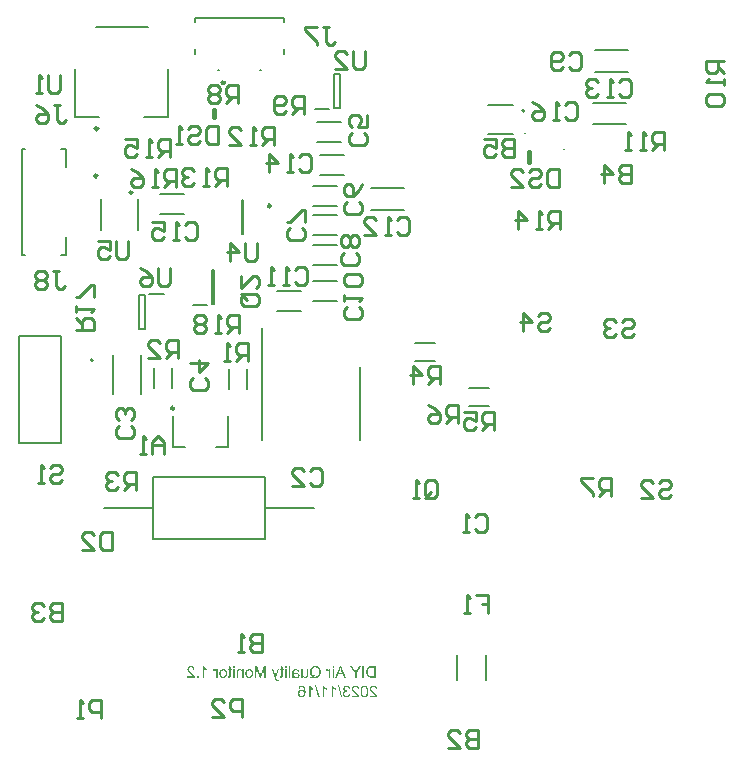
<source format=gbo>
G04*
G04 #@! TF.GenerationSoftware,Altium Limited,Altium Designer,20.0.2 (26)*
G04*
G04 Layer_Color=32896*
%FSLAX44Y44*%
%MOMM*%
G71*
G01*
G75*
%ADD11C,0.2000*%
%ADD12C,0.1000*%
%ADD13C,0.2500*%
%ADD14C,0.1270*%
%ADD15C,0.2540*%
%ADD114C,0.3000*%
%ADD115C,0.4000*%
G36*
X525622Y724787D02*
X525994Y724713D01*
X526336Y724609D01*
X526618Y724490D01*
X526841Y724356D01*
X526930Y724297D01*
X527004Y724252D01*
X527079Y724208D01*
X527123Y724178D01*
X527138Y724163D01*
X527153Y724148D01*
X527421Y723881D01*
X527629Y723584D01*
X527807Y723272D01*
X527926Y722974D01*
X528030Y722707D01*
X528059Y722588D01*
X528089Y722484D01*
X528104Y722410D01*
X528119Y722350D01*
X528134Y722306D01*
Y722291D01*
X526930Y722083D01*
X526871Y722395D01*
X526782Y722662D01*
X526692Y722885D01*
X526588Y723064D01*
X526499Y723212D01*
X526425Y723316D01*
X526366Y723376D01*
X526351Y723391D01*
X526157Y723539D01*
X525964Y723643D01*
X525771Y723732D01*
X525578Y723777D01*
X525429Y723807D01*
X525296Y723836D01*
X525177D01*
X524924Y723821D01*
X524701Y723762D01*
X524508Y723702D01*
X524345Y723613D01*
X524211Y723539D01*
X524107Y723465D01*
X524048Y723405D01*
X524033Y723391D01*
X523884Y723227D01*
X523780Y723034D01*
X523691Y722856D01*
X523646Y722692D01*
X523617Y722529D01*
X523587Y722410D01*
Y722336D01*
Y722321D01*
Y722306D01*
X523617Y722009D01*
X523691Y721756D01*
X523780Y721548D01*
X523899Y721385D01*
X524018Y721251D01*
X524107Y721147D01*
X524181Y721087D01*
X524211Y721072D01*
X524449Y720939D01*
X524686Y720850D01*
X524909Y720775D01*
X525117Y720731D01*
X525311Y720701D01*
X525444Y720686D01*
X525637D01*
X525697Y720701D01*
X525771D01*
X525905Y719646D01*
X525727Y719691D01*
X525563Y719720D01*
X525415Y719735D01*
X525296Y719750D01*
X525192Y719765D01*
X525058D01*
X524761Y719735D01*
X524508Y719676D01*
X524270Y719601D01*
X524077Y719497D01*
X523914Y719393D01*
X523795Y719319D01*
X523735Y719260D01*
X523706Y719230D01*
X523527Y719022D01*
X523394Y718799D01*
X523290Y718561D01*
X523230Y718353D01*
X523186Y718160D01*
X523171Y718011D01*
X523156Y717952D01*
Y717907D01*
Y717893D01*
Y717878D01*
X523186Y717566D01*
X523245Y717283D01*
X523334Y717031D01*
X523438Y716823D01*
X523557Y716645D01*
X523646Y716526D01*
X523706Y716451D01*
X523735Y716422D01*
X523958Y716228D01*
X524196Y716080D01*
X524434Y715991D01*
X524672Y715916D01*
X524865Y715872D01*
X525013Y715857D01*
X525073Y715842D01*
X525162D01*
X525415Y715857D01*
X525652Y715916D01*
X525860Y715991D01*
X526024Y716065D01*
X526172Y716154D01*
X526276Y716214D01*
X526336Y716273D01*
X526366Y716288D01*
X526529Y716481D01*
X526678Y716704D01*
X526796Y716956D01*
X526885Y717194D01*
X526960Y717417D01*
X527004Y717596D01*
X527034Y717655D01*
Y717714D01*
X527049Y717744D01*
Y717759D01*
X528253Y717596D01*
X528223Y717373D01*
X528178Y717165D01*
X528045Y716778D01*
X527896Y716436D01*
X527718Y716139D01*
X527643Y716020D01*
X527554Y715916D01*
X527480Y715827D01*
X527421Y715738D01*
X527361Y715679D01*
X527316Y715634D01*
X527302Y715619D01*
X527287Y715604D01*
X527123Y715471D01*
X526945Y715352D01*
X526782Y715248D01*
X526603Y715173D01*
X526247Y715025D01*
X525905Y714936D01*
X525756Y714906D01*
X525608Y714891D01*
X525489Y714876D01*
X525370Y714861D01*
X525281Y714847D01*
X525162D01*
X524909Y714861D01*
X524657Y714891D01*
X524419Y714921D01*
X524196Y714980D01*
X523988Y715055D01*
X523795Y715129D01*
X523617Y715203D01*
X523453Y715292D01*
X523319Y715367D01*
X523186Y715441D01*
X523067Y715515D01*
X522978Y715590D01*
X522903Y715649D01*
X522859Y715679D01*
X522829Y715708D01*
X522814Y715723D01*
X522651Y715901D01*
X522502Y716080D01*
X522383Y716258D01*
X522279Y716436D01*
X522175Y716615D01*
X522101Y716808D01*
X521997Y717150D01*
X521952Y717298D01*
X521923Y717447D01*
X521908Y717566D01*
X521893Y717685D01*
X521878Y717774D01*
Y717833D01*
Y717878D01*
Y717893D01*
X521893Y718234D01*
X521952Y718546D01*
X522027Y718814D01*
X522116Y719037D01*
X522220Y719215D01*
X522294Y719349D01*
X522354Y719438D01*
X522368Y719468D01*
X522562Y719691D01*
X522785Y719869D01*
X523007Y720017D01*
X523215Y720122D01*
X523409Y720211D01*
X523557Y720255D01*
X523617Y720285D01*
X523661D01*
X523691Y720300D01*
X523706D01*
X523468Y720419D01*
X523260Y720567D01*
X523097Y720701D01*
X522948Y720835D01*
X522844Y720954D01*
X522755Y721043D01*
X522710Y721102D01*
X522695Y721132D01*
X522576Y721325D01*
X522502Y721533D01*
X522443Y721726D01*
X522398Y721905D01*
X522368Y722053D01*
X522354Y722172D01*
Y722246D01*
Y722276D01*
X522368Y722529D01*
X522413Y722751D01*
X522472Y722960D01*
X522532Y723153D01*
X522591Y723301D01*
X522651Y723420D01*
X522695Y723494D01*
X522710Y723524D01*
X522859Y723732D01*
X523022Y723925D01*
X523200Y724089D01*
X523364Y724223D01*
X523512Y724327D01*
X523631Y724401D01*
X523721Y724445D01*
X523735Y724460D01*
X523750D01*
X524003Y724579D01*
X524255Y724668D01*
X524508Y724728D01*
X524731Y724772D01*
X524924Y724802D01*
X525073Y724817D01*
X525415D01*
X525622Y724787D01*
D02*
G37*
G36*
X548030Y724802D02*
X548268Y724787D01*
X548713Y724698D01*
X548907Y724653D01*
X549100Y724594D01*
X549263Y724520D01*
X549412Y724460D01*
X549546Y724386D01*
X549664Y724327D01*
X549768Y724252D01*
X549857Y724208D01*
X549917Y724163D01*
X549962Y724119D01*
X549991Y724104D01*
X550006Y724089D01*
X550155Y723940D01*
X550274Y723792D01*
X550496Y723450D01*
X550660Y723108D01*
X550779Y722766D01*
X550868Y722469D01*
X550883Y722336D01*
X550913Y722217D01*
X550927Y722128D01*
X550942Y722053D01*
Y722009D01*
Y721994D01*
X549709Y721860D01*
X549679Y722187D01*
X549620Y722469D01*
X549546Y722707D01*
X549441Y722915D01*
X549352Y723078D01*
X549263Y723197D01*
X549204Y723257D01*
X549189Y723287D01*
X548981Y723465D01*
X548758Y723598D01*
X548520Y723688D01*
X548297Y723762D01*
X548104Y723792D01*
X547956Y723807D01*
X547896Y723821D01*
X547807D01*
X547510Y723807D01*
X547242Y723747D01*
X547020Y723673D01*
X546826Y723584D01*
X546678Y723480D01*
X546559Y723405D01*
X546499Y723346D01*
X546470Y723331D01*
X546291Y723138D01*
X546172Y722930D01*
X546083Y722737D01*
X546009Y722543D01*
X545979Y722380D01*
X545965Y722246D01*
X545950Y722157D01*
Y722142D01*
Y722128D01*
X545979Y721875D01*
X546039Y721607D01*
X546128Y721370D01*
X546232Y721147D01*
X546336Y720954D01*
X546425Y720805D01*
X546455Y720746D01*
X546485Y720701D01*
X546514Y720686D01*
Y720671D01*
X546633Y720523D01*
X546767Y720359D01*
X546916Y720196D01*
X547094Y720032D01*
X547450Y719691D01*
X547807Y719349D01*
X548134Y719066D01*
X548283Y718933D01*
X548416Y718829D01*
X548520Y718725D01*
X548595Y718665D01*
X548654Y718621D01*
X548669Y718606D01*
X549025Y718294D01*
X549352Y718011D01*
X549620Y717759D01*
X549843Y717551D01*
X550021Y717373D01*
X550140Y717239D01*
X550214Y717150D01*
X550244Y717135D01*
Y717120D01*
X550437Y716882D01*
X550586Y716659D01*
X550734Y716436D01*
X550838Y716243D01*
X550927Y716065D01*
X550987Y715946D01*
X551017Y715857D01*
X551031Y715842D01*
Y715827D01*
X551076Y715679D01*
X551121Y715530D01*
X551135Y715396D01*
X551150Y715277D01*
X551165Y715173D01*
Y715084D01*
Y715025D01*
Y715010D01*
X544701D01*
Y716154D01*
X549501D01*
X549338Y716392D01*
X549174Y716585D01*
X549100Y716674D01*
X549040Y716734D01*
X549011Y716778D01*
X548996Y716793D01*
X548921Y716867D01*
X548847Y716942D01*
X548654Y717120D01*
X548416Y717328D01*
X548193Y717536D01*
X547971Y717729D01*
X547792Y717878D01*
X547718Y717937D01*
X547658Y717982D01*
X547629Y718011D01*
X547614Y718026D01*
X547376Y718234D01*
X547168Y718413D01*
X546960Y718591D01*
X546782Y718755D01*
X546618Y718918D01*
X546470Y719052D01*
X546321Y719185D01*
X546202Y719304D01*
X546098Y719408D01*
X546009Y719497D01*
X545875Y719631D01*
X545801Y719720D01*
X545771Y719750D01*
X545578Y719988D01*
X545400Y720196D01*
X545266Y720404D01*
X545162Y720582D01*
X545073Y720731D01*
X545014Y720835D01*
X544984Y720909D01*
X544969Y720939D01*
X544880Y721147D01*
X544820Y721355D01*
X544776Y721548D01*
X544746Y721726D01*
X544731Y721875D01*
X544716Y721994D01*
Y722068D01*
Y722098D01*
X544731Y722306D01*
X544746Y722514D01*
X544850Y722885D01*
X544984Y723212D01*
X545132Y723494D01*
X545281Y723717D01*
X545355Y723807D01*
X545415Y723896D01*
X545474Y723955D01*
X545519Y724000D01*
X545534Y724015D01*
X545548Y724029D01*
X545712Y724163D01*
X545875Y724297D01*
X546054Y724401D01*
X546247Y724490D01*
X546618Y724624D01*
X546975Y724713D01*
X547138Y724758D01*
X547287Y724772D01*
X547421Y724787D01*
X547539Y724802D01*
X547644Y724817D01*
X547777D01*
X548030Y724802D01*
D02*
G37*
G36*
X532874D02*
X533111Y724787D01*
X533557Y724698D01*
X533750Y724653D01*
X533944Y724594D01*
X534107Y724520D01*
X534256Y724460D01*
X534389Y724386D01*
X534508Y724327D01*
X534612Y724252D01*
X534701Y724208D01*
X534761Y724163D01*
X534805Y724119D01*
X534835Y724104D01*
X534850Y724089D01*
X534999Y723940D01*
X535117Y723792D01*
X535340Y723450D01*
X535504Y723108D01*
X535623Y722766D01*
X535712Y722469D01*
X535727Y722336D01*
X535756Y722217D01*
X535771Y722128D01*
X535786Y722053D01*
Y722009D01*
Y721994D01*
X534553Y721860D01*
X534523Y722187D01*
X534464Y722469D01*
X534389Y722707D01*
X534285Y722915D01*
X534196Y723078D01*
X534107Y723197D01*
X534048Y723257D01*
X534033Y723287D01*
X533825Y723465D01*
X533602Y723598D01*
X533364Y723688D01*
X533141Y723762D01*
X532948Y723792D01*
X532799Y723807D01*
X532740Y723821D01*
X532651D01*
X532354Y723807D01*
X532086Y723747D01*
X531863Y723673D01*
X531670Y723584D01*
X531521Y723480D01*
X531403Y723405D01*
X531343Y723346D01*
X531314Y723331D01*
X531135Y723138D01*
X531016Y722930D01*
X530927Y722737D01*
X530853Y722543D01*
X530823Y722380D01*
X530808Y722246D01*
X530793Y722157D01*
Y722142D01*
Y722128D01*
X530823Y721875D01*
X530883Y721607D01*
X530972Y721370D01*
X531076Y721147D01*
X531180Y720954D01*
X531269Y720805D01*
X531299Y720746D01*
X531328Y720701D01*
X531358Y720686D01*
Y720671D01*
X531477Y720523D01*
X531611Y720359D01*
X531759Y720196D01*
X531938Y720032D01*
X532294Y719691D01*
X532651Y719349D01*
X532978Y719066D01*
X533126Y718933D01*
X533260Y718829D01*
X533364Y718725D01*
X533438Y718665D01*
X533498Y718621D01*
X533513Y718606D01*
X533869Y718294D01*
X534196Y718011D01*
X534464Y717759D01*
X534687Y717551D01*
X534865Y717373D01*
X534984Y717239D01*
X535058Y717150D01*
X535088Y717135D01*
Y717120D01*
X535281Y716882D01*
X535429Y716659D01*
X535578Y716436D01*
X535682Y716243D01*
X535771Y716065D01*
X535831Y715946D01*
X535860Y715857D01*
X535875Y715842D01*
Y715827D01*
X535920Y715679D01*
X535964Y715530D01*
X535979Y715396D01*
X535994Y715277D01*
X536009Y715173D01*
Y715084D01*
Y715025D01*
Y715010D01*
X529545D01*
Y716154D01*
X534345D01*
X534181Y716392D01*
X534018Y716585D01*
X533944Y716674D01*
X533884Y716734D01*
X533854Y716778D01*
X533839Y716793D01*
X533765Y716867D01*
X533691Y716942D01*
X533498Y717120D01*
X533260Y717328D01*
X533037Y717536D01*
X532814Y717729D01*
X532636Y717878D01*
X532562Y717937D01*
X532502Y717982D01*
X532472Y718011D01*
X532458Y718026D01*
X532220Y718234D01*
X532012Y718413D01*
X531804Y718591D01*
X531626Y718755D01*
X531462Y718918D01*
X531314Y719052D01*
X531165Y719185D01*
X531046Y719304D01*
X530942Y719408D01*
X530853Y719497D01*
X530719Y719631D01*
X530645Y719720D01*
X530615Y719750D01*
X530422Y719988D01*
X530244Y720196D01*
X530110Y720404D01*
X530006Y720582D01*
X529917Y720731D01*
X529857Y720835D01*
X529828Y720909D01*
X529813Y720939D01*
X529724Y721147D01*
X529664Y721355D01*
X529620Y721548D01*
X529590Y721726D01*
X529575Y721875D01*
X529560Y721994D01*
Y722068D01*
Y722098D01*
X529575Y722306D01*
X529590Y722514D01*
X529694Y722885D01*
X529828Y723212D01*
X529976Y723494D01*
X530125Y723717D01*
X530199Y723807D01*
X530258Y723896D01*
X530318Y723955D01*
X530363Y724000D01*
X530377Y724015D01*
X530392Y724029D01*
X530556Y724163D01*
X530719Y724297D01*
X530897Y724401D01*
X531091Y724490D01*
X531462Y724624D01*
X531819Y724713D01*
X531982Y724758D01*
X532131Y724772D01*
X532265Y724787D01*
X532383Y724802D01*
X532487Y724817D01*
X532621D01*
X532874Y724802D01*
D02*
G37*
G36*
X513304Y724579D02*
X513468Y724342D01*
X513646Y724119D01*
X513825Y723911D01*
X513988Y723747D01*
X514122Y723613D01*
X514211Y723524D01*
X514226Y723509D01*
X514240Y723494D01*
X514523Y723257D01*
X514820Y723034D01*
X515117Y722841D01*
X515385Y722677D01*
X515622Y722543D01*
X515726Y722499D01*
X515816Y722454D01*
X515875Y722410D01*
X515934Y722380D01*
X515964Y722365D01*
X515979D01*
Y721191D01*
X515771Y721281D01*
X515548Y721385D01*
X515340Y721474D01*
X515147Y721578D01*
X514983Y721667D01*
X514850Y721741D01*
X514761Y721801D01*
X514746Y721815D01*
X514731D01*
X514478Y721964D01*
X514255Y722128D01*
X514062Y722261D01*
X513899Y722395D01*
X513765Y722499D01*
X513661Y722573D01*
X513602Y722633D01*
X513587Y722647D01*
Y715010D01*
X512383D01*
Y724817D01*
X513171D01*
X513304Y724579D01*
D02*
G37*
G36*
X505726D02*
X505890Y724342D01*
X506068Y724119D01*
X506246Y723911D01*
X506410Y723747D01*
X506544Y723613D01*
X506633Y723524D01*
X506648Y723509D01*
X506662Y723494D01*
X506945Y723257D01*
X507242Y723034D01*
X507539Y722841D01*
X507807Y722677D01*
X508044Y722543D01*
X508148Y722499D01*
X508237Y722454D01*
X508297Y722410D01*
X508356Y722380D01*
X508386Y722365D01*
X508401D01*
Y721191D01*
X508193Y721281D01*
X507970Y721385D01*
X507762Y721474D01*
X507569Y721578D01*
X507405Y721667D01*
X507272Y721741D01*
X507183Y721801D01*
X507168Y721815D01*
X507153D01*
X506900Y721964D01*
X506677Y722128D01*
X506484Y722261D01*
X506321Y722395D01*
X506187Y722499D01*
X506083Y722573D01*
X506023Y722633D01*
X506009Y722647D01*
Y715010D01*
X504805D01*
Y724817D01*
X505593D01*
X505726Y724579D01*
D02*
G37*
G36*
X494359D02*
X494523Y724342D01*
X494701Y724119D01*
X494879Y723911D01*
X495043Y723747D01*
X495176Y723613D01*
X495266Y723524D01*
X495280Y723509D01*
X495295Y723494D01*
X495578Y723257D01*
X495875Y723034D01*
X496172Y722841D01*
X496439Y722677D01*
X496677Y722543D01*
X496781Y722499D01*
X496870Y722454D01*
X496930Y722410D01*
X496989Y722380D01*
X497019Y722365D01*
X497034D01*
Y721191D01*
X496826Y721281D01*
X496603Y721385D01*
X496395Y721474D01*
X496202Y721578D01*
X496038Y721667D01*
X495905Y721741D01*
X495815Y721801D01*
X495801Y721815D01*
X495786D01*
X495533Y721964D01*
X495310Y722128D01*
X495117Y722261D01*
X494953Y722395D01*
X494820Y722499D01*
X494716Y722573D01*
X494656Y722633D01*
X494641Y722647D01*
Y715010D01*
X493438D01*
Y724817D01*
X494226D01*
X494359Y724579D01*
D02*
G37*
G36*
X487212Y724802D02*
X487480Y724772D01*
X487732Y724713D01*
X487970Y724639D01*
X488193Y724549D01*
X488386Y724460D01*
X488579Y724356D01*
X488742Y724252D01*
X488891Y724148D01*
X489025Y724044D01*
X489129Y723955D01*
X489233Y723866D01*
X489307Y723792D01*
X489352Y723732D01*
X489381Y723702D01*
X489396Y723688D01*
X489575Y723435D01*
X489738Y723138D01*
X489872Y722841D01*
X489991Y722499D01*
X490095Y722172D01*
X490184Y721830D01*
X490258Y721488D01*
X490303Y721147D01*
X490347Y720835D01*
X490377Y720537D01*
X490407Y720270D01*
X490421Y720032D01*
X490436Y719839D01*
Y719691D01*
Y719646D01*
Y719601D01*
Y719587D01*
Y719572D01*
X490421Y719111D01*
X490392Y718695D01*
X490347Y718294D01*
X490288Y717937D01*
X490214Y717610D01*
X490139Y717313D01*
X490050Y717046D01*
X489961Y716808D01*
X489887Y716600D01*
X489798Y716422D01*
X489723Y716273D01*
X489649Y716154D01*
X489589Y716065D01*
X489545Y716006D01*
X489515Y715961D01*
X489500Y715946D01*
X489322Y715753D01*
X489129Y715590D01*
X488921Y715441D01*
X488713Y715307D01*
X488505Y715203D01*
X488312Y715114D01*
X488103Y715040D01*
X487910Y714980D01*
X487732Y714936D01*
X487569Y714906D01*
X487420Y714876D01*
X487301Y714861D01*
X487197D01*
X487108Y714847D01*
X487049D01*
X486736Y714861D01*
X486439Y714906D01*
X486172Y714980D01*
X485934Y715055D01*
X485756Y715129D01*
X485607Y715203D01*
X485518Y715248D01*
X485488Y715263D01*
X485236Y715441D01*
X485028Y715634D01*
X484835Y715827D01*
X484671Y716020D01*
X484552Y716199D01*
X484463Y716332D01*
X484433Y716392D01*
X484404Y716436D01*
X484389Y716451D01*
Y716466D01*
X484255Y716763D01*
X484151Y717060D01*
X484092Y717358D01*
X484032Y717610D01*
X484002Y717848D01*
Y717937D01*
X483988Y718026D01*
Y718086D01*
Y718130D01*
Y718160D01*
Y718175D01*
X484002Y718428D01*
X484017Y718680D01*
X484062Y718903D01*
X484121Y719126D01*
X484181Y719319D01*
X484255Y719512D01*
X484329Y719676D01*
X484404Y719839D01*
X484493Y719973D01*
X484567Y720092D01*
X484641Y720196D01*
X484701Y720285D01*
X484760Y720359D01*
X484805Y720404D01*
X484820Y720434D01*
X484835Y720448D01*
X484998Y720612D01*
X485162Y720746D01*
X485340Y720864D01*
X485518Y720968D01*
X485681Y721058D01*
X485860Y721117D01*
X486172Y721236D01*
X486454Y721295D01*
X486573Y721310D01*
X486677Y721325D01*
X486766Y721340D01*
X486885D01*
X487138Y721325D01*
X487375Y721295D01*
X487598Y721236D01*
X487791Y721177D01*
X487955Y721117D01*
X488089Y721058D01*
X488163Y721028D01*
X488193Y721013D01*
X488416Y720879D01*
X488624Y720731D01*
X488802Y720567D01*
X488951Y720404D01*
X489084Y720255D01*
X489173Y720136D01*
X489233Y720062D01*
X489248Y720047D01*
Y720300D01*
X489233Y720552D01*
X489218Y720790D01*
X489203Y721013D01*
X489173Y721206D01*
X489144Y721399D01*
X489114Y721563D01*
X489084Y721711D01*
X489054Y721845D01*
X489025Y721964D01*
X488995Y722068D01*
X488965Y722142D01*
X488951Y722202D01*
X488936Y722261D01*
X488921Y722276D01*
Y722291D01*
X488787Y722573D01*
X488638Y722826D01*
X488490Y723034D01*
X488341Y723197D01*
X488222Y723331D01*
X488118Y723435D01*
X488059Y723494D01*
X488029Y723509D01*
X487851Y723613D01*
X487687Y723702D01*
X487509Y723762D01*
X487346Y723792D01*
X487212Y723821D01*
X487108Y723836D01*
X487004D01*
X486751Y723821D01*
X486514Y723762D01*
X486306Y723673D01*
X486127Y723584D01*
X485994Y723480D01*
X485890Y723405D01*
X485815Y723346D01*
X485800Y723316D01*
X485696Y723182D01*
X485607Y723034D01*
X485459Y722692D01*
X485414Y722543D01*
X485369Y722425D01*
X485340Y722336D01*
Y722321D01*
Y722306D01*
X484151Y722395D01*
X484225Y722796D01*
X484359Y723153D01*
X484493Y723450D01*
X484656Y723702D01*
X484805Y723896D01*
X484924Y724044D01*
X485013Y724133D01*
X485028Y724163D01*
X485043D01*
X485191Y724282D01*
X485340Y724386D01*
X485652Y724535D01*
X485964Y724653D01*
X486261Y724743D01*
X486529Y724787D01*
X486647Y724802D01*
X486736D01*
X486826Y724817D01*
X486930D01*
X487212Y724802D01*
D02*
G37*
G36*
X540630Y724787D02*
X540972Y724728D01*
X541284Y724639D01*
X541536Y724535D01*
X541744Y724416D01*
X541893Y724327D01*
X541953Y724297D01*
X541997Y724267D01*
X542012Y724237D01*
X542027D01*
X542280Y724000D01*
X542487Y723747D01*
X542666Y723480D01*
X542814Y723212D01*
X542933Y722974D01*
X542978Y722870D01*
X543008Y722781D01*
X543037Y722707D01*
X543067Y722647D01*
X543082Y722618D01*
Y722603D01*
X543141Y722395D01*
X543201Y722187D01*
X543275Y721726D01*
X543334Y721266D01*
X543379Y720820D01*
X543394Y720612D01*
X543409Y720419D01*
Y720255D01*
X543424Y720107D01*
Y719988D01*
Y719899D01*
Y719839D01*
Y719824D01*
X543409Y719334D01*
X543379Y718858D01*
X543334Y718442D01*
X543275Y718041D01*
X543201Y717685D01*
X543126Y717358D01*
X543037Y717060D01*
X542948Y716808D01*
X542859Y716570D01*
X542770Y716377D01*
X542696Y716214D01*
X542621Y716080D01*
X542562Y715976D01*
X542517Y715901D01*
X542487Y715857D01*
X542473Y715842D01*
X542309Y715664D01*
X542146Y715515D01*
X541967Y715381D01*
X541774Y715263D01*
X541596Y715173D01*
X541403Y715084D01*
X541046Y714965D01*
X540883Y714936D01*
X540734Y714906D01*
X540600Y714876D01*
X540481Y714861D01*
X540378Y714847D01*
X540244D01*
X539857Y714876D01*
X539516Y714936D01*
X539218Y715025D01*
X538951Y715129D01*
X538758Y715233D01*
X538594Y715322D01*
X538550Y715367D01*
X538505Y715381D01*
X538490Y715411D01*
X538476D01*
X538223Y715649D01*
X538015Y715916D01*
X537837Y716184D01*
X537688Y716451D01*
X537569Y716689D01*
X537525Y716778D01*
X537480Y716867D01*
X537450Y716942D01*
X537435Y717001D01*
X537421Y717031D01*
Y717046D01*
X537361Y717254D01*
X537302Y717462D01*
X537212Y717922D01*
X537153Y718383D01*
X537108Y718829D01*
X537094Y719037D01*
X537079Y719230D01*
Y719393D01*
X537064Y719542D01*
Y719661D01*
Y719750D01*
Y719809D01*
Y719824D01*
X537079Y720344D01*
Y720567D01*
X537094Y720790D01*
X537108Y720998D01*
X537138Y721191D01*
X537153Y721355D01*
X537168Y721518D01*
X537198Y721652D01*
X537212Y721786D01*
X537227Y721890D01*
X537257Y721964D01*
X537272Y722038D01*
Y722083D01*
X537287Y722113D01*
Y722128D01*
X537376Y722439D01*
X537480Y722722D01*
X537584Y722974D01*
X537673Y723182D01*
X537762Y723346D01*
X537837Y723480D01*
X537881Y723554D01*
X537896Y723584D01*
X538045Y723792D01*
X538208Y723970D01*
X538372Y724133D01*
X538520Y724267D01*
X538669Y724356D01*
X538773Y724431D01*
X538847Y724475D01*
X538877Y724490D01*
X539100Y724594D01*
X539337Y724683D01*
X539575Y724743D01*
X539783Y724772D01*
X539962Y724802D01*
X540110Y724817D01*
X540244D01*
X540630Y724787D01*
D02*
G37*
G36*
X521254Y714847D02*
X520303D01*
X517480Y724936D01*
X518431D01*
X521254Y714847D01*
D02*
G37*
G36*
X502309D02*
X501358D01*
X498535Y724936D01*
X499486D01*
X502309Y714847D01*
D02*
G37*
G36*
X514456Y739915D02*
X513253D01*
Y741282D01*
X514456D01*
Y739915D01*
D02*
G37*
G36*
X474322D02*
X473119D01*
Y741282D01*
X474322D01*
Y739915D01*
D02*
G37*
G36*
X430384D02*
X429181D01*
Y741282D01*
X430384D01*
Y739915D01*
D02*
G37*
G36*
X393668Y741312D02*
X393905Y741297D01*
X394351Y741208D01*
X394544Y741163D01*
X394738Y741104D01*
X394901Y741030D01*
X395050Y740970D01*
X395183Y740896D01*
X395302Y740837D01*
X395406Y740762D01*
X395495Y740718D01*
X395555Y740673D01*
X395599Y740629D01*
X395629Y740614D01*
X395644Y740599D01*
X395793Y740450D01*
X395911Y740302D01*
X396134Y739960D01*
X396298Y739618D01*
X396417Y739276D01*
X396506Y738979D01*
X396521Y738846D01*
X396550Y738727D01*
X396565Y738637D01*
X396580Y738563D01*
Y738519D01*
Y738504D01*
X395347Y738370D01*
X395317Y738697D01*
X395257Y738979D01*
X395183Y739217D01*
X395079Y739425D01*
X394990Y739588D01*
X394901Y739707D01*
X394841Y739767D01*
X394827Y739797D01*
X394619Y739975D01*
X394396Y740108D01*
X394158Y740198D01*
X393935Y740272D01*
X393742Y740302D01*
X393593Y740316D01*
X393534Y740331D01*
X393445D01*
X393148Y740316D01*
X392880Y740257D01*
X392657Y740183D01*
X392464Y740094D01*
X392315Y739990D01*
X392197Y739915D01*
X392137Y739856D01*
X392107Y739841D01*
X391929Y739648D01*
X391810Y739440D01*
X391721Y739247D01*
X391647Y739053D01*
X391617Y738890D01*
X391602Y738756D01*
X391587Y738667D01*
Y738652D01*
Y738637D01*
X391617Y738385D01*
X391676Y738117D01*
X391766Y737880D01*
X391870Y737657D01*
X391974Y737464D01*
X392063Y737315D01*
X392093Y737256D01*
X392122Y737211D01*
X392152Y737196D01*
Y737181D01*
X392271Y737033D01*
X392405Y736869D01*
X392553Y736706D01*
X392732Y736542D01*
X393088Y736201D01*
X393445Y735859D01*
X393772Y735576D01*
X393920Y735443D01*
X394054Y735339D01*
X394158Y735235D01*
X394232Y735175D01*
X394292Y735131D01*
X394307Y735116D01*
X394663Y734804D01*
X394990Y734521D01*
X395257Y734269D01*
X395480Y734061D01*
X395659Y733883D01*
X395778Y733749D01*
X395852Y733660D01*
X395882Y733645D01*
Y733630D01*
X396075Y733392D01*
X396223Y733169D01*
X396372Y732946D01*
X396476Y732753D01*
X396565Y732575D01*
X396625Y732456D01*
X396654Y732367D01*
X396669Y732352D01*
Y732337D01*
X396714Y732189D01*
X396758Y732040D01*
X396773Y731906D01*
X396788Y731787D01*
X396803Y731683D01*
Y731594D01*
Y731535D01*
Y731520D01*
X390339D01*
Y732664D01*
X395139D01*
X394975Y732902D01*
X394812Y733095D01*
X394738Y733184D01*
X394678Y733244D01*
X394648Y733288D01*
X394633Y733303D01*
X394559Y733377D01*
X394485Y733452D01*
X394292Y733630D01*
X394054Y733838D01*
X393831Y734046D01*
X393608Y734239D01*
X393430Y734388D01*
X393356Y734447D01*
X393296Y734492D01*
X393266Y734521D01*
X393252Y734536D01*
X393014Y734744D01*
X392806Y734923D01*
X392598Y735101D01*
X392420Y735265D01*
X392256Y735428D01*
X392107Y735562D01*
X391959Y735695D01*
X391840Y735814D01*
X391736Y735918D01*
X391647Y736007D01*
X391513Y736141D01*
X391439Y736230D01*
X391409Y736260D01*
X391216Y736498D01*
X391038Y736706D01*
X390904Y736914D01*
X390800Y737092D01*
X390711Y737241D01*
X390651Y737345D01*
X390621Y737419D01*
X390607Y737449D01*
X390518Y737657D01*
X390458Y737865D01*
X390414Y738058D01*
X390384Y738236D01*
X390369Y738385D01*
X390354Y738504D01*
Y738578D01*
Y738608D01*
X390369Y738816D01*
X390384Y739024D01*
X390488Y739395D01*
X390621Y739722D01*
X390770Y740005D01*
X390919Y740227D01*
X390993Y740316D01*
X391052Y740406D01*
X391112Y740465D01*
X391156Y740510D01*
X391171Y740525D01*
X391186Y740539D01*
X391350Y740673D01*
X391513Y740807D01*
X391691Y740911D01*
X391884Y741000D01*
X392256Y741134D01*
X392613Y741223D01*
X392776Y741267D01*
X392925Y741282D01*
X393058Y741297D01*
X393177Y741312D01*
X393281Y741327D01*
X393415D01*
X393668Y741312D01*
D02*
G37*
G36*
X404411Y741089D02*
X404574Y740852D01*
X404752Y740629D01*
X404931Y740421D01*
X405094Y740257D01*
X405228Y740123D01*
X405317Y740034D01*
X405332Y740019D01*
X405347Y740005D01*
X405629Y739767D01*
X405926Y739544D01*
X406223Y739351D01*
X406491Y739187D01*
X406729Y739053D01*
X406833Y739009D01*
X406922Y738964D01*
X406981Y738920D01*
X407041Y738890D01*
X407070Y738875D01*
X407085D01*
Y737701D01*
X406877Y737791D01*
X406654Y737895D01*
X406446Y737984D01*
X406253Y738088D01*
X406090Y738177D01*
X405956Y738251D01*
X405867Y738311D01*
X405852Y738325D01*
X405837D01*
X405584Y738474D01*
X405362Y738637D01*
X405168Y738771D01*
X405005Y738905D01*
X404871Y739009D01*
X404767Y739083D01*
X404708Y739143D01*
X404693Y739157D01*
Y731520D01*
X403489D01*
Y741327D01*
X404277D01*
X404411Y741089D01*
D02*
G37*
G36*
X533550Y735651D02*
Y731520D01*
X532257D01*
Y735651D01*
X528364Y741282D01*
X529865D01*
X531752Y738400D01*
X531975Y738058D01*
X532183Y737731D01*
X532376Y737434D01*
X532525Y737181D01*
X532659Y736973D01*
X532748Y736810D01*
X532778Y736750D01*
X532807Y736706D01*
X532822Y736691D01*
Y736676D01*
X533000Y736988D01*
X533179Y737285D01*
X533342Y737568D01*
X533491Y737820D01*
X533624Y738028D01*
X533728Y738192D01*
X533758Y738251D01*
X533788Y738296D01*
X533818Y738311D01*
Y738325D01*
X535749Y741282D01*
X537310D01*
X533550Y735651D01*
D02*
G37*
G36*
X482287Y738742D02*
X482599Y738712D01*
X482866Y738682D01*
X483104Y738637D01*
X483297Y738578D01*
X483446Y738548D01*
X483490Y738533D01*
X483535Y738519D01*
X483550Y738504D01*
X483565D01*
X483802Y738400D01*
X484010Y738281D01*
X484203Y738162D01*
X484352Y738058D01*
X484471Y737954D01*
X484545Y737865D01*
X484605Y737805D01*
X484620Y737791D01*
X484753Y737612D01*
X484857Y737404D01*
X484947Y737211D01*
X485021Y737018D01*
X485065Y736840D01*
X485110Y736706D01*
X485125Y736617D01*
X485140Y736602D01*
Y736587D01*
X483966Y736423D01*
X483891Y736676D01*
X483787Y736899D01*
X483698Y737077D01*
X483594Y737226D01*
X483505Y737330D01*
X483431Y737404D01*
X483386Y737449D01*
X483371Y737464D01*
X483208Y737568D01*
X483000Y737642D01*
X482807Y737686D01*
X482599Y737731D01*
X482406Y737746D01*
X482257Y737761D01*
X482123D01*
X481811Y737746D01*
X481529Y737701D01*
X481291Y737627D01*
X481098Y737553D01*
X480949Y737478D01*
X480845Y737404D01*
X480771Y737360D01*
X480756Y737345D01*
X480637Y737211D01*
X480563Y737062D01*
X480504Y736884D01*
X480459Y736721D01*
X480429Y736572D01*
X480415Y736438D01*
Y736349D01*
Y736334D01*
Y736320D01*
Y736290D01*
Y736245D01*
Y736141D01*
X480429Y736052D01*
Y736022D01*
Y736007D01*
X480563Y735963D01*
X480712Y735918D01*
X481053Y735829D01*
X481410Y735770D01*
X481752Y735710D01*
X482079Y735651D01*
X482212Y735636D01*
X482331Y735621D01*
X482435Y735606D01*
X482510D01*
X482554Y735591D01*
X482569D01*
X482822Y735562D01*
X483030Y735532D01*
X483223Y735502D01*
X483371Y735472D01*
X483490Y735443D01*
X483565Y735428D01*
X483624Y735413D01*
X483639D01*
X483817Y735354D01*
X483981Y735294D01*
X484114Y735235D01*
X484248Y735161D01*
X484352Y735101D01*
X484426Y735056D01*
X484486Y735027D01*
X484501Y735012D01*
X484634Y734908D01*
X484753Y734804D01*
X484872Y734685D01*
X484961Y734581D01*
X485036Y734477D01*
X485080Y734403D01*
X485110Y734343D01*
X485125Y734328D01*
X485199Y734165D01*
X485258Y734001D01*
X485288Y733838D01*
X485318Y733689D01*
X485333Y733570D01*
X485348Y733466D01*
Y733407D01*
Y733377D01*
X485318Y733065D01*
X485244Y732768D01*
X485154Y732530D01*
X485036Y732322D01*
X484917Y732144D01*
X484828Y732025D01*
X484753Y731951D01*
X484724Y731921D01*
X484471Y731728D01*
X484174Y731594D01*
X483891Y731490D01*
X483594Y731431D01*
X483342Y731386D01*
X483223Y731371D01*
X483134D01*
X483045Y731357D01*
X482940D01*
X482673Y731371D01*
X482435Y731401D01*
X482212Y731431D01*
X482004Y731475D01*
X481841Y731520D01*
X481722Y731565D01*
X481648Y731579D01*
X481618Y731594D01*
X481380Y731698D01*
X481157Y731817D01*
X480934Y731951D01*
X480741Y732100D01*
X480563Y732218D01*
X480444Y732322D01*
X480355Y732382D01*
X480325Y732411D01*
X480296Y732218D01*
X480266Y732055D01*
X480236Y731906D01*
X480192Y731773D01*
X480147Y731669D01*
X480117Y731579D01*
X480102Y731535D01*
X480088Y731520D01*
X478839D01*
X478973Y731817D01*
X479033Y731966D01*
X479077Y732085D01*
X479107Y732189D01*
X479122Y732278D01*
X479137Y732337D01*
Y732352D01*
X479151Y732456D01*
X479166Y732575D01*
Y732709D01*
X479181Y732872D01*
X479196Y733214D01*
Y733585D01*
X479211Y733927D01*
Y734076D01*
Y734210D01*
Y734314D01*
Y734403D01*
Y734462D01*
Y734477D01*
Y736082D01*
Y736364D01*
X479226Y736587D01*
X479241Y736780D01*
Y736929D01*
X479255Y737048D01*
X479270Y737122D01*
X479285Y737166D01*
Y737181D01*
X479330Y737360D01*
X479389Y737523D01*
X479449Y737657D01*
X479508Y737776D01*
X479567Y737880D01*
X479612Y737939D01*
X479642Y737984D01*
X479657Y737999D01*
X479776Y738117D01*
X479894Y738221D01*
X480043Y738311D01*
X480177Y738385D01*
X480296Y738444D01*
X480400Y738504D01*
X480459Y738519D01*
X480489Y738533D01*
X480712Y738608D01*
X480949Y738667D01*
X481202Y738697D01*
X481440Y738727D01*
X481648Y738742D01*
X481811Y738756D01*
X481960D01*
X482287Y738742D01*
D02*
G37*
G36*
X456789Y731520D02*
X455541D01*
Y739826D01*
X452732Y731520D01*
X451573D01*
X448720Y739693D01*
Y731520D01*
X447472D01*
Y741282D01*
X449225D01*
X451558Y734492D01*
X451677Y734120D01*
X451796Y733808D01*
X451885Y733541D01*
X451945Y733318D01*
X452004Y733155D01*
X452049Y733036D01*
X452063Y732961D01*
X452078Y732932D01*
X452138Y733125D01*
X452212Y733363D01*
X452286Y733600D01*
X452361Y733838D01*
X452435Y734046D01*
X452494Y734210D01*
X452509Y734284D01*
X452524Y734328D01*
X452539Y734358D01*
Y734373D01*
X454857Y741282D01*
X456789D01*
Y731520D01*
D02*
G37*
G36*
X465496Y731505D02*
X465541Y731371D01*
X465585Y731282D01*
X465600Y731223D01*
X465615Y731208D01*
X465704Y730970D01*
X465778Y730762D01*
X465838Y730614D01*
X465882Y730495D01*
X465927Y730406D01*
X465957Y730361D01*
X465971Y730331D01*
Y730316D01*
X466105Y730153D01*
X466239Y730034D01*
X466283Y729989D01*
X466328Y729960D01*
X466358Y729930D01*
X466373D01*
X466462Y729885D01*
X466566Y729856D01*
X466774Y729811D01*
X466878D01*
X466937Y729796D01*
X467012D01*
X467249Y729811D01*
X467457Y729856D01*
X467561Y729885D01*
X467636Y729900D01*
X467680Y729915D01*
X467695D01*
X467561Y728801D01*
X467264Y728712D01*
X467131Y728682D01*
X467012Y728667D01*
X466922D01*
X466848Y728652D01*
X466789D01*
X466581Y728667D01*
X466402Y728697D01*
X466224Y728741D01*
X466090Y728801D01*
X465971Y728845D01*
X465882Y728890D01*
X465823Y728920D01*
X465808Y728934D01*
X465659Y729053D01*
X465511Y729187D01*
X465392Y729336D01*
X465273Y729470D01*
X465184Y729603D01*
X465125Y729707D01*
X465080Y729767D01*
X465065Y729796D01*
X465020Y729885D01*
X464961Y729989D01*
X464857Y730242D01*
X464753Y730495D01*
X464634Y730762D01*
X464545Y731015D01*
X464501Y731119D01*
X464471Y731208D01*
X464441Y731297D01*
X464411Y731357D01*
X464397Y731386D01*
Y731401D01*
X461722Y738593D01*
X462911D01*
X464426Y734462D01*
X464530Y734165D01*
X464619Y733883D01*
X464709Y733615D01*
X464783Y733377D01*
X464842Y733184D01*
X464872Y733021D01*
X464902Y732961D01*
Y732917D01*
X464916Y732902D01*
Y732887D01*
X465006Y733199D01*
X465095Y733496D01*
X465184Y733779D01*
X465258Y734016D01*
X465333Y734224D01*
X465392Y734388D01*
X465407Y734447D01*
X465422Y734492D01*
X465437Y734507D01*
Y734521D01*
X466908Y738593D01*
X468186D01*
X465496Y731505D01*
D02*
G37*
G36*
X471098Y740331D02*
Y738593D01*
X471989D01*
Y737657D01*
X471098D01*
Y733585D01*
Y733392D01*
Y733214D01*
X471083Y733051D01*
Y732902D01*
X471068Y732768D01*
X471053Y732664D01*
X471024Y732471D01*
X471009Y732322D01*
X470979Y732233D01*
X470964Y732174D01*
Y732159D01*
X470905Y732040D01*
X470816Y731936D01*
X470741Y731847D01*
X470652Y731773D01*
X470578Y731713D01*
X470518Y731669D01*
X470474Y731639D01*
X470459Y731624D01*
X470310Y731565D01*
X470147Y731520D01*
X469969Y731475D01*
X469805Y731461D01*
X469656Y731446D01*
X469538Y731431D01*
X469434D01*
X469122Y731446D01*
X468973Y731461D01*
X468839Y731490D01*
X468706Y731505D01*
X468616Y731520D01*
X468557Y731535D01*
X468527D01*
X468691Y732590D01*
X468914Y732560D01*
X469003D01*
X469077Y732545D01*
X469226D01*
X469404Y732560D01*
X469538Y732590D01*
X469612Y732605D01*
X469642Y732620D01*
X469731Y732694D01*
X469790Y732768D01*
X469820Y732828D01*
X469835Y732857D01*
X469850Y732932D01*
X469865Y733021D01*
X469879Y733244D01*
X469894Y733348D01*
Y733437D01*
Y733496D01*
Y733511D01*
Y737657D01*
X468691D01*
Y738593D01*
X469894D01*
Y741059D01*
X471098Y740331D01*
D02*
G37*
G36*
X427160D02*
Y738593D01*
X428051D01*
Y737657D01*
X427160D01*
Y733585D01*
Y733392D01*
Y733214D01*
X427145Y733051D01*
Y732902D01*
X427130Y732768D01*
X427115Y732664D01*
X427085Y732471D01*
X427071Y732322D01*
X427041Y732233D01*
X427026Y732174D01*
Y732159D01*
X426967Y732040D01*
X426878Y731936D01*
X426803Y731847D01*
X426714Y731773D01*
X426640Y731713D01*
X426580Y731669D01*
X426536Y731639D01*
X426521Y731624D01*
X426372Y731565D01*
X426209Y731520D01*
X426031Y731475D01*
X425867Y731461D01*
X425718Y731446D01*
X425600Y731431D01*
X425496D01*
X425184Y731446D01*
X425035Y731461D01*
X424901Y731490D01*
X424767Y731505D01*
X424678Y731520D01*
X424619Y731535D01*
X424589D01*
X424753Y732590D01*
X424976Y732560D01*
X425065D01*
X425139Y732545D01*
X425288D01*
X425466Y732560D01*
X425600Y732590D01*
X425674Y732605D01*
X425704Y732620D01*
X425793Y732694D01*
X425852Y732768D01*
X425882Y732828D01*
X425897Y732857D01*
X425912Y732932D01*
X425927Y733021D01*
X425941Y733244D01*
X425956Y733348D01*
Y733437D01*
Y733496D01*
Y733511D01*
Y737657D01*
X424753D01*
Y738593D01*
X425956D01*
Y741059D01*
X427160Y740331D01*
D02*
G37*
G36*
X492539Y734195D02*
Y733927D01*
X492524Y733704D01*
Y733511D01*
X492510Y733348D01*
X492495Y733229D01*
Y733155D01*
X492480Y733095D01*
Y733080D01*
X492435Y732887D01*
X492376Y732724D01*
X492317Y732575D01*
X492242Y732441D01*
X492198Y732337D01*
X492153Y732248D01*
X492123Y732204D01*
X492108Y732189D01*
X491990Y732055D01*
X491871Y731951D01*
X491737Y731847D01*
X491603Y731758D01*
X491484Y731683D01*
X491395Y731639D01*
X491336Y731609D01*
X491306Y731594D01*
X491098Y731520D01*
X490890Y731461D01*
X490697Y731416D01*
X490519Y731386D01*
X490355Y731371D01*
X490236Y731357D01*
X490132D01*
X489880Y731371D01*
X489627Y731401D01*
X489404Y731461D01*
X489181Y731550D01*
X488988Y731639D01*
X488795Y731728D01*
X488632Y731847D01*
X488483Y731951D01*
X488349Y732055D01*
X488230Y732174D01*
X488126Y732263D01*
X488037Y732367D01*
X487978Y732441D01*
X487933Y732501D01*
X487903Y732530D01*
X487888Y732545D01*
Y731520D01*
X486819D01*
Y738593D01*
X488022D01*
Y734789D01*
X488037Y734477D01*
X488052Y734195D01*
X488082Y733957D01*
X488126Y733764D01*
X488171Y733600D01*
X488201Y733496D01*
X488215Y733437D01*
X488230Y733407D01*
X488319Y733244D01*
X488409Y733095D01*
X488527Y732961D01*
X488632Y732857D01*
X488736Y732768D01*
X488825Y732709D01*
X488884Y732664D01*
X488899Y732649D01*
X489077Y732560D01*
X489256Y732501D01*
X489419Y732441D01*
X489568Y732411D01*
X489701Y732397D01*
X489805Y732382D01*
X489894D01*
X490088Y732397D01*
X490266Y732426D01*
X490415Y732471D01*
X490548Y732516D01*
X490652Y732560D01*
X490727Y732605D01*
X490786Y732634D01*
X490801Y732649D01*
X490920Y732753D01*
X491024Y732872D01*
X491113Y733006D01*
X491172Y733125D01*
X491217Y733229D01*
X491247Y733318D01*
X491276Y733377D01*
Y733392D01*
X491291Y733541D01*
X491306Y733734D01*
X491321Y733942D01*
Y734150D01*
X491336Y734343D01*
Y734507D01*
Y734566D01*
Y734611D01*
Y734640D01*
Y734655D01*
Y738593D01*
X492539D01*
Y734195D01*
D02*
G37*
G36*
X549910Y731520D02*
X546403D01*
X546076Y731535D01*
X545779Y731550D01*
X545512Y731579D01*
X545289Y731609D01*
X545096Y731639D01*
X544962Y731654D01*
X544873Y731683D01*
X544843D01*
X544590Y731758D01*
X544368Y731832D01*
X544174Y731906D01*
X544011Y731981D01*
X543877Y732055D01*
X543773Y732114D01*
X543699Y732144D01*
X543684Y732159D01*
X543506Y732293D01*
X543342Y732441D01*
X543179Y732590D01*
X543060Y732724D01*
X542941Y732857D01*
X542867Y732961D01*
X542807Y733021D01*
X542793Y733051D01*
X542644Y733273D01*
X542510Y733511D01*
X542391Y733749D01*
X542302Y733972D01*
X542228Y734180D01*
X542169Y734328D01*
X542154Y734388D01*
X542139Y734432D01*
X542124Y734462D01*
Y734477D01*
X542035Y734804D01*
X541975Y735146D01*
X541916Y735487D01*
X541886Y735785D01*
X541871Y736052D01*
Y736171D01*
X541856Y736260D01*
Y736349D01*
Y736409D01*
Y736438D01*
Y736453D01*
X541871Y736929D01*
X541916Y737360D01*
X541975Y737746D01*
X542020Y737924D01*
X542050Y738088D01*
X542079Y738236D01*
X542124Y738370D01*
X542154Y738489D01*
X542183Y738578D01*
X542213Y738652D01*
X542228Y738712D01*
X542243Y738742D01*
Y738756D01*
X542406Y739128D01*
X542584Y739455D01*
X542778Y739737D01*
X542971Y739975D01*
X543134Y740168D01*
X543268Y740316D01*
X543372Y740406D01*
X543387Y740435D01*
X543402D01*
X543639Y740614D01*
X543877Y740762D01*
X544115Y740881D01*
X544338Y740970D01*
X544531Y741045D01*
X544695Y741089D01*
X544754Y741119D01*
X544784D01*
X544813Y741134D01*
X544828D01*
X545066Y741178D01*
X545348Y741223D01*
X545645Y741253D01*
X545913Y741267D01*
X546166Y741282D01*
X549910D01*
Y731520D01*
D02*
G37*
G36*
X539851D02*
X538558D01*
Y741282D01*
X539851D01*
Y731520D01*
D02*
G37*
G36*
X524471D02*
X523104D01*
X522049Y734477D01*
X517948D01*
X516819Y731520D01*
X515363D01*
X519330Y741282D01*
X520742D01*
X524471Y731520D01*
D02*
G37*
G36*
X514456D02*
X513253D01*
Y738593D01*
X514456D01*
Y731520D01*
D02*
G37*
G36*
X508988Y738742D02*
X509137Y738712D01*
X509271Y738682D01*
X509375Y738637D01*
X509479Y738578D01*
X509553Y738548D01*
X509598Y738519D01*
X509612Y738504D01*
X509746Y738400D01*
X509865Y738251D01*
X509999Y738088D01*
X510118Y737924D01*
X510207Y737776D01*
X510281Y737642D01*
X510340Y737553D01*
X510355Y737538D01*
Y738593D01*
X511440D01*
Y731520D01*
X510237D01*
Y735220D01*
X510222Y735502D01*
X510207Y735755D01*
X510177Y735993D01*
X510132Y736201D01*
X510103Y736379D01*
X510073Y736513D01*
X510058Y736587D01*
X510043Y736617D01*
X509984Y736765D01*
X509924Y736899D01*
X509850Y737018D01*
X509776Y737107D01*
X509716Y737181D01*
X509657Y737241D01*
X509627Y737270D01*
X509612Y737285D01*
X509493Y737360D01*
X509375Y737419D01*
X509256Y737464D01*
X509152Y737493D01*
X509048Y737508D01*
X508974Y737523D01*
X508914D01*
X508751Y737508D01*
X508587Y737478D01*
X508438Y737434D01*
X508305Y737389D01*
X508201Y737345D01*
X508112Y737300D01*
X508052Y737270D01*
X508037Y737256D01*
X507606Y738355D01*
X507844Y738489D01*
X508067Y738593D01*
X508275Y738652D01*
X508453Y738712D01*
X508617Y738742D01*
X508736Y738756D01*
X508840D01*
X508988Y738742D01*
D02*
G37*
G36*
X477383Y731520D02*
X476180D01*
Y741282D01*
X477383D01*
Y731520D01*
D02*
G37*
G36*
X474322D02*
X473119D01*
Y738593D01*
X474322D01*
Y731520D01*
D02*
G37*
G36*
X434916Y738742D02*
X435169Y738712D01*
X435406Y738652D01*
X435615Y738578D01*
X435823Y738489D01*
X436001Y738385D01*
X436164Y738281D01*
X436328Y738177D01*
X436461Y738058D01*
X436566Y737954D01*
X436670Y737850D01*
X436744Y737761D01*
X436818Y737686D01*
X436863Y737627D01*
X436878Y737597D01*
X436892Y737582D01*
Y738593D01*
X437977D01*
Y731520D01*
X436774D01*
Y735383D01*
Y735621D01*
X436744Y735844D01*
X436729Y736052D01*
X436684Y736245D01*
X436640Y736409D01*
X436595Y736557D01*
X436551Y736691D01*
X436491Y736810D01*
X436447Y736914D01*
X436402Y737003D01*
X436313Y737122D01*
X436254Y737196D01*
X436224Y737226D01*
X436016Y737389D01*
X435778Y737508D01*
X435570Y737597D01*
X435362Y737657D01*
X435169Y737686D01*
X435035Y737716D01*
X434901D01*
X434723Y737701D01*
X434574Y737686D01*
X434426Y737642D01*
X434307Y737612D01*
X434203Y737568D01*
X434129Y737523D01*
X434084Y737508D01*
X434069Y737493D01*
X433950Y737404D01*
X433846Y737300D01*
X433757Y737211D01*
X433683Y737107D01*
X433638Y737033D01*
X433609Y736958D01*
X433579Y736914D01*
Y736899D01*
X433534Y736750D01*
X433490Y736587D01*
X433460Y736394D01*
X433445Y736230D01*
X433430Y736067D01*
Y735933D01*
Y735844D01*
Y735829D01*
Y735814D01*
Y731520D01*
X432227D01*
Y735859D01*
Y736156D01*
X432242Y736394D01*
X432256Y736602D01*
Y736765D01*
X432271Y736884D01*
X432286Y736973D01*
X432301Y737018D01*
Y737033D01*
X432346Y737211D01*
X432405Y737389D01*
X432464Y737538D01*
X432524Y737657D01*
X432583Y737761D01*
X432628Y737850D01*
X432658Y737895D01*
X432673Y737909D01*
X432776Y738043D01*
X432910Y738162D01*
X433044Y738266D01*
X433178Y738355D01*
X433297Y738429D01*
X433386Y738474D01*
X433445Y738504D01*
X433475Y738519D01*
X433683Y738593D01*
X433876Y738652D01*
X434084Y738697D01*
X434262Y738727D01*
X434411Y738742D01*
X434545Y738756D01*
X434649D01*
X434916Y738742D01*
D02*
G37*
G36*
X430384Y731520D02*
X429181D01*
Y738593D01*
X430384D01*
Y731520D01*
D02*
G37*
G36*
X413549Y738742D02*
X413698Y738712D01*
X413831Y738682D01*
X413935Y738637D01*
X414039Y738578D01*
X414114Y738548D01*
X414158Y738519D01*
X414173Y738504D01*
X414307Y738400D01*
X414426Y738251D01*
X414559Y738088D01*
X414678Y737924D01*
X414767Y737776D01*
X414842Y737642D01*
X414901Y737553D01*
X414916Y737538D01*
Y738593D01*
X416001D01*
Y731520D01*
X414797D01*
Y735220D01*
X414782Y735502D01*
X414767Y735755D01*
X414738Y735993D01*
X414693Y736201D01*
X414663Y736379D01*
X414634Y736513D01*
X414619Y736587D01*
X414604Y736617D01*
X414544Y736765D01*
X414485Y736899D01*
X414411Y737018D01*
X414337Y737107D01*
X414277Y737181D01*
X414218Y737241D01*
X414188Y737270D01*
X414173Y737285D01*
X414054Y737360D01*
X413935Y737419D01*
X413816Y737464D01*
X413712Y737493D01*
X413608Y737508D01*
X413534Y737523D01*
X413475D01*
X413311Y737508D01*
X413148Y737478D01*
X412999Y737434D01*
X412865Y737389D01*
X412761Y737345D01*
X412672Y737300D01*
X412613Y737270D01*
X412598Y737256D01*
X412167Y738355D01*
X412405Y738489D01*
X412628Y738593D01*
X412836Y738652D01*
X413014Y738712D01*
X413177Y738742D01*
X413296Y738756D01*
X413400D01*
X413549Y738742D01*
D02*
G37*
G36*
X399760Y731520D02*
X398393D01*
Y732887D01*
X399760D01*
Y731520D01*
D02*
G37*
G36*
X499256Y741416D02*
X499716Y741342D01*
X500117Y741253D01*
X500311Y741193D01*
X500474Y741134D01*
X500638Y741074D01*
X500771Y741015D01*
X500890Y740970D01*
X500994Y740926D01*
X501083Y740881D01*
X501143Y740852D01*
X501172Y740837D01*
X501187Y740822D01*
X501574Y740569D01*
X501901Y740272D01*
X502183Y739975D01*
X502421Y739678D01*
X502614Y739425D01*
X502688Y739306D01*
X502747Y739202D01*
X502792Y739128D01*
X502822Y739068D01*
X502851Y739024D01*
Y739009D01*
X503045Y738563D01*
X503193Y738102D01*
X503283Y737672D01*
X503357Y737256D01*
X503386Y737077D01*
X503401Y736914D01*
X503416Y736765D01*
Y736631D01*
X503431Y736542D01*
Y736453D01*
Y736409D01*
Y736394D01*
X503401Y735859D01*
X503342Y735368D01*
X503253Y734923D01*
X503193Y734730D01*
X503134Y734536D01*
X503089Y734373D01*
X503030Y734224D01*
X502985Y734091D01*
X502941Y733987D01*
X502911Y733897D01*
X502881Y733838D01*
X502851Y733793D01*
Y733779D01*
X502614Y733363D01*
X502346Y733006D01*
X502079Y732694D01*
X501811Y732441D01*
X501574Y732248D01*
X501470Y732159D01*
X501381Y732100D01*
X501306Y732055D01*
X501247Y732010D01*
X501217Y731995D01*
X501202Y731981D01*
X500786Y731773D01*
X500370Y731624D01*
X499969Y731505D01*
X499597Y731431D01*
X499434Y731416D01*
X499285Y731386D01*
X499152Y731371D01*
X499033D01*
X498944Y731357D01*
X498810D01*
X498334Y731386D01*
X497889Y731446D01*
X497473Y731550D01*
X497294Y731594D01*
X497116Y731654D01*
X496967Y731713D01*
X496834Y731758D01*
X496715Y731817D01*
X496611Y731862D01*
X496522Y731891D01*
X496462Y731921D01*
X496432Y731951D01*
X496418D01*
X496031Y731669D01*
X495645Y731431D01*
X495288Y731223D01*
X494976Y731059D01*
X494828Y731000D01*
X494709Y730940D01*
X494590Y730881D01*
X494501Y730851D01*
X494426Y730822D01*
X494367Y730792D01*
X494337Y730777D01*
X494323D01*
X493921Y731654D01*
X494218Y731773D01*
X494516Y731921D01*
X494798Y732070D01*
X495051Y732218D01*
X495274Y732352D01*
X495363Y732411D01*
X495452Y732456D01*
X495511Y732501D01*
X495556Y732530D01*
X495586Y732560D01*
X495600D01*
X495333Y732842D01*
X495110Y733125D01*
X494917Y733407D01*
X494768Y733660D01*
X494649Y733883D01*
X494590Y733987D01*
X494560Y734061D01*
X494530Y734135D01*
X494501Y734180D01*
X494486Y734210D01*
Y734224D01*
X494367Y734596D01*
X494278Y734967D01*
X494204Y735339D01*
X494159Y735666D01*
X494144Y735829D01*
X494129Y735963D01*
Y736082D01*
X494114Y736186D01*
Y736275D01*
Y736334D01*
Y736379D01*
Y736394D01*
X494144Y736929D01*
X494204Y737419D01*
X494293Y737850D01*
X494352Y738058D01*
X494397Y738236D01*
X494456Y738415D01*
X494516Y738563D01*
X494560Y738682D01*
X494605Y738786D01*
X494635Y738875D01*
X494664Y738950D01*
X494694Y738979D01*
Y738994D01*
X494932Y739410D01*
X495184Y739767D01*
X495467Y740079D01*
X495734Y740331D01*
X495972Y740525D01*
X496076Y740614D01*
X496165Y740673D01*
X496239Y740733D01*
X496299Y740762D01*
X496328Y740792D01*
X496343D01*
X496551Y740911D01*
X496759Y741015D01*
X497175Y741163D01*
X497592Y741282D01*
X497963Y741372D01*
X498141Y741386D01*
X498290Y741416D01*
X498438Y741431D01*
X498557D01*
X498646Y741446D01*
X498780D01*
X499256Y741416D01*
D02*
G37*
G36*
X442925Y738742D02*
X443163Y738727D01*
X443594Y738637D01*
X443980Y738504D01*
X444144Y738429D01*
X444292Y738370D01*
X444441Y738296D01*
X444560Y738221D01*
X444664Y738147D01*
X444753Y738088D01*
X444827Y738043D01*
X444872Y737999D01*
X444901Y737984D01*
X444916Y737969D01*
X445109Y737776D01*
X445273Y737568D01*
X445421Y737345D01*
X445540Y737107D01*
X445644Y736869D01*
X445734Y736631D01*
X445808Y736394D01*
X445867Y736156D01*
X445912Y735933D01*
X445942Y735725D01*
X445971Y735547D01*
X445986Y735383D01*
Y735250D01*
X446001Y735146D01*
Y735086D01*
Y735056D01*
X445986Y734730D01*
X445956Y734417D01*
X445912Y734135D01*
X445852Y733868D01*
X445793Y733630D01*
X445719Y733392D01*
X445630Y733199D01*
X445540Y733006D01*
X445466Y732842D01*
X445377Y732709D01*
X445303Y732590D01*
X445228Y732486D01*
X445184Y732411D01*
X445139Y732352D01*
X445109Y732322D01*
X445095Y732308D01*
X444916Y732144D01*
X444723Y731995D01*
X444530Y731862D01*
X444322Y731758D01*
X444129Y731669D01*
X443921Y731594D01*
X443549Y731475D01*
X443371Y731431D01*
X443208Y731401D01*
X443059Y731386D01*
X442940Y731371D01*
X442836Y731357D01*
X442687D01*
X442346Y731371D01*
X442034Y731431D01*
X441751Y731490D01*
X441499Y731579D01*
X441291Y731654D01*
X441127Y731728D01*
X441068Y731743D01*
X441023Y731773D01*
X441008Y731787D01*
X440993D01*
X440711Y731966D01*
X440474Y732159D01*
X440265Y732352D01*
X440102Y732545D01*
X439968Y732724D01*
X439864Y732857D01*
X439805Y732961D01*
X439790Y732976D01*
Y732991D01*
X439656Y733303D01*
X439552Y733660D01*
X439478Y734016D01*
X439418Y734358D01*
X439404Y734521D01*
X439389Y734670D01*
Y734804D01*
X439374Y734923D01*
Y735012D01*
Y735086D01*
Y735131D01*
Y735146D01*
X439389Y735458D01*
X439418Y735740D01*
X439463Y736022D01*
X439523Y736275D01*
X439597Y736513D01*
X439671Y736721D01*
X439760Y736929D01*
X439835Y737107D01*
X439924Y737256D01*
X440013Y737404D01*
X440087Y737523D01*
X440161Y737612D01*
X440221Y737686D01*
X440265Y737746D01*
X440295Y737776D01*
X440310Y737791D01*
X440488Y737954D01*
X440681Y738102D01*
X440875Y738236D01*
X441068Y738355D01*
X441276Y738444D01*
X441469Y738519D01*
X441841Y738637D01*
X442019Y738682D01*
X442182Y738712D01*
X442316Y738727D01*
X442450Y738742D01*
X442554Y738756D01*
X442687D01*
X442925Y738742D01*
D02*
G37*
G36*
X420949D02*
X421186Y738727D01*
X421617Y738637D01*
X422004Y738504D01*
X422167Y738429D01*
X422316Y738370D01*
X422464Y738296D01*
X422583Y738221D01*
X422687Y738147D01*
X422776Y738088D01*
X422851Y738043D01*
X422895Y737999D01*
X422925Y737984D01*
X422940Y737969D01*
X423133Y737776D01*
X423297Y737568D01*
X423445Y737345D01*
X423564Y737107D01*
X423668Y736869D01*
X423757Y736631D01*
X423831Y736394D01*
X423891Y736156D01*
X423935Y735933D01*
X423965Y735725D01*
X423995Y735547D01*
X424010Y735383D01*
Y735250D01*
X424025Y735146D01*
Y735086D01*
Y735056D01*
X424010Y734730D01*
X423980Y734417D01*
X423935Y734135D01*
X423876Y733868D01*
X423816Y733630D01*
X423742Y733392D01*
X423653Y733199D01*
X423564Y733006D01*
X423490Y732842D01*
X423400Y732709D01*
X423326Y732590D01*
X423252Y732486D01*
X423207Y732411D01*
X423163Y732352D01*
X423133Y732322D01*
X423118Y732308D01*
X422940Y732144D01*
X422747Y731995D01*
X422553Y731862D01*
X422346Y731758D01*
X422152Y731669D01*
X421944Y731594D01*
X421573Y731475D01*
X421395Y731431D01*
X421231Y731401D01*
X421082Y731386D01*
X420964Y731371D01*
X420860Y731357D01*
X420711D01*
X420369Y731371D01*
X420057Y731431D01*
X419775Y731490D01*
X419522Y731579D01*
X419314Y731654D01*
X419151Y731728D01*
X419091Y731743D01*
X419047Y731773D01*
X419032Y731787D01*
X419017D01*
X418735Y731966D01*
X418497Y732159D01*
X418289Y732352D01*
X418125Y732545D01*
X417992Y732724D01*
X417888Y732857D01*
X417828Y732961D01*
X417813Y732976D01*
Y732991D01*
X417680Y733303D01*
X417576Y733660D01*
X417501Y734016D01*
X417442Y734358D01*
X417427Y734521D01*
X417412Y734670D01*
Y734804D01*
X417397Y734923D01*
Y735012D01*
Y735086D01*
Y735131D01*
Y735146D01*
X417412Y735458D01*
X417442Y735740D01*
X417487Y736022D01*
X417546Y736275D01*
X417620Y736513D01*
X417695Y736721D01*
X417784Y736929D01*
X417858Y737107D01*
X417947Y737256D01*
X418036Y737404D01*
X418111Y737523D01*
X418185Y737612D01*
X418244Y737686D01*
X418289Y737746D01*
X418319Y737776D01*
X418334Y737791D01*
X418512Y737954D01*
X418705Y738102D01*
X418898Y738236D01*
X419091Y738355D01*
X419299Y738444D01*
X419493Y738519D01*
X419864Y738637D01*
X420042Y738682D01*
X420206Y738712D01*
X420340Y738727D01*
X420473Y738742D01*
X420577Y738756D01*
X420711D01*
X420949Y738742D01*
D02*
G37*
%LPC*%
G36*
X487197Y720285D02*
X487123D01*
X486826Y720255D01*
X486558Y720196D01*
X486320Y720092D01*
X486127Y719988D01*
X485964Y719884D01*
X485845Y719780D01*
X485785Y719720D01*
X485756Y719691D01*
X485578Y719453D01*
X485444Y719200D01*
X485355Y718933D01*
X485280Y718680D01*
X485251Y718457D01*
X485236Y718353D01*
Y718264D01*
X485221Y718205D01*
Y718145D01*
Y718115D01*
Y718101D01*
X485251Y717729D01*
X485310Y717402D01*
X485399Y717105D01*
X485488Y716867D01*
X485592Y716689D01*
X485681Y716555D01*
X485741Y716466D01*
X485771Y716436D01*
X485979Y716228D01*
X486202Y716080D01*
X486424Y715976D01*
X486618Y715901D01*
X486811Y715857D01*
X486945Y715842D01*
X487004Y715827D01*
X487078D01*
X487271Y715842D01*
X487450Y715872D01*
X487628Y715916D01*
X487777Y715976D01*
X487896Y716020D01*
X487985Y716065D01*
X488059Y716095D01*
X488074Y716110D01*
X488237Y716228D01*
X488386Y716377D01*
X488505Y716511D01*
X488609Y716659D01*
X488698Y716778D01*
X488757Y716882D01*
X488787Y716942D01*
X488802Y716971D01*
X488891Y717194D01*
X488951Y717402D01*
X488995Y717596D01*
X489025Y717789D01*
X489040Y717937D01*
X489054Y718056D01*
Y718130D01*
Y718160D01*
X489025Y718502D01*
X488965Y718799D01*
X488876Y719066D01*
X488772Y719289D01*
X488668Y719453D01*
X488579Y719587D01*
X488520Y719661D01*
X488490Y719691D01*
X488267Y719884D01*
X488044Y720032D01*
X487806Y720136D01*
X487598Y720211D01*
X487405Y720255D01*
X487257Y720270D01*
X487197Y720285D01*
D02*
G37*
G36*
X540333Y723821D02*
X540259D01*
X540110Y723807D01*
X539962Y723792D01*
X539694Y723702D01*
X539456Y723569D01*
X539248Y723420D01*
X539085Y723272D01*
X538966Y723138D01*
X538892Y723049D01*
X538862Y723034D01*
Y723019D01*
X538758Y722856D01*
X538669Y722662D01*
X538594Y722439D01*
X538535Y722187D01*
X538431Y721667D01*
X538372Y721132D01*
X538342Y720864D01*
X538327Y720627D01*
X538312Y720404D01*
Y720211D01*
X538297Y720047D01*
Y719928D01*
Y719854D01*
Y719824D01*
Y719393D01*
X538327Y718992D01*
X538342Y718636D01*
X538386Y718309D01*
X538431Y718011D01*
X538476Y717744D01*
X538520Y717521D01*
X538580Y717313D01*
X538639Y717150D01*
X538684Y717001D01*
X538728Y716867D01*
X538773Y716778D01*
X538802Y716704D01*
X538832Y716659D01*
X538862Y716630D01*
Y716615D01*
X538966Y716481D01*
X539085Y716362D01*
X539204Y716243D01*
X539323Y716154D01*
X539545Y716020D01*
X539768Y715931D01*
X539962Y715872D01*
X540110Y715842D01*
X540169Y715827D01*
X540244D01*
X540392Y715842D01*
X540541Y715857D01*
X540808Y715946D01*
X541046Y716080D01*
X541254Y716228D01*
X541418Y716362D01*
X541536Y716496D01*
X541611Y716585D01*
X541641Y716600D01*
Y716615D01*
X541730Y716778D01*
X541819Y716986D01*
X541893Y717209D01*
X541953Y717447D01*
X542057Y717982D01*
X542116Y718517D01*
X542146Y718769D01*
X542161Y719022D01*
X542175Y719245D01*
Y719438D01*
X542190Y719601D01*
Y719720D01*
Y719795D01*
Y719824D01*
Y720255D01*
X542161Y720656D01*
X542131Y721013D01*
X542101Y721340D01*
X542042Y721652D01*
X541997Y721919D01*
X541938Y722157D01*
X541878Y722365D01*
X541834Y722543D01*
X541774Y722707D01*
X541715Y722826D01*
X541670Y722930D01*
X541641Y723004D01*
X541611Y723064D01*
X541581Y723093D01*
Y723108D01*
X541492Y723227D01*
X541388Y723346D01*
X541165Y723524D01*
X540942Y723643D01*
X540734Y723732D01*
X540541Y723792D01*
X540392Y723807D01*
X540333Y723821D01*
D02*
G37*
G36*
X480429Y735071D02*
Y734625D01*
X480444Y734343D01*
X480459Y734106D01*
X480489Y733897D01*
X480518Y733719D01*
X480563Y733585D01*
X480593Y733496D01*
X480608Y733437D01*
X480622Y733422D01*
X480727Y733229D01*
X480860Y733065D01*
X480994Y732917D01*
X481113Y732813D01*
X481232Y732709D01*
X481336Y732649D01*
X481395Y732605D01*
X481425Y732590D01*
X481633Y732486D01*
X481841Y732411D01*
X482049Y732367D01*
X482227Y732337D01*
X482406Y732308D01*
X482524Y732293D01*
X482643D01*
X482896Y732308D01*
X483104Y732337D01*
X483297Y732397D01*
X483446Y732456D01*
X483565Y732501D01*
X483639Y732560D01*
X483698Y732590D01*
X483713Y732605D01*
X483832Y732738D01*
X483921Y732872D01*
X483981Y733006D01*
X484025Y733125D01*
X484055Y733244D01*
X484070Y733333D01*
Y733392D01*
Y733407D01*
X484055Y733526D01*
X484040Y733630D01*
X483981Y733808D01*
X483951Y733883D01*
X483936Y733927D01*
X483906Y733957D01*
Y733972D01*
X483758Y734150D01*
X483609Y734269D01*
X483550Y734314D01*
X483490Y734343D01*
X483461Y734373D01*
X483446D01*
X483312Y734417D01*
X483148Y734462D01*
X482807Y734536D01*
X482643Y734566D01*
X482510Y734596D01*
X482420Y734611D01*
X482391D01*
X482153Y734655D01*
X481930Y734685D01*
X481722Y734730D01*
X481529Y734759D01*
X481351Y734804D01*
X481202Y734848D01*
X481053Y734878D01*
X480920Y734908D01*
X480801Y734952D01*
X480712Y734982D01*
X480622Y734997D01*
X480548Y735027D01*
X480504Y735042D01*
X480459Y735056D01*
X480429Y735071D01*
D02*
G37*
G36*
X548617Y740138D02*
X546582D01*
X546180Y740123D01*
X545839Y740108D01*
X545556Y740079D01*
X545319Y740034D01*
X545140Y739990D01*
X545021Y739960D01*
X544947Y739945D01*
X544917Y739930D01*
X544665Y739797D01*
X544427Y739633D01*
X544219Y739455D01*
X544041Y739261D01*
X543892Y739098D01*
X543788Y738950D01*
X543744Y738890D01*
X543729Y738846D01*
X543699Y738831D01*
Y738816D01*
X543610Y738652D01*
X543535Y738474D01*
X543402Y738102D01*
X543313Y737716D01*
X543253Y737330D01*
X543238Y737166D01*
X543223Y737003D01*
X543209Y736854D01*
X543194Y736721D01*
Y736617D01*
Y736542D01*
Y736483D01*
Y736468D01*
X543209Y736067D01*
X543238Y735710D01*
X543283Y735383D01*
X543327Y735101D01*
X543372Y734878D01*
X543402Y734789D01*
X543417Y734715D01*
X543432Y734655D01*
X543446Y734611D01*
X543461Y734596D01*
Y734581D01*
X543565Y734314D01*
X543684Y734061D01*
X543803Y733853D01*
X543907Y733675D01*
X544011Y733541D01*
X544100Y733437D01*
X544160Y733363D01*
X544174Y733348D01*
X544308Y733229D01*
X544442Y733125D01*
X544590Y733051D01*
X544739Y732976D01*
X544858Y732917D01*
X544962Y732872D01*
X545021Y732857D01*
X545051Y732842D01*
X545274Y732783D01*
X545512Y732738D01*
X545764Y732709D01*
X546002Y732694D01*
X546225Y732679D01*
X546388Y732664D01*
X548617D01*
Y740138D01*
D02*
G37*
G36*
X520073Y740272D02*
X519969Y739945D01*
X519865Y739603D01*
X519746Y739261D01*
X519627Y738935D01*
X519538Y738652D01*
X519494Y738533D01*
X519449Y738429D01*
X519419Y738340D01*
X519390Y738281D01*
X519375Y738236D01*
Y738221D01*
X518364Y735532D01*
X521678D01*
X520608Y738385D01*
X520489Y738727D01*
X520385Y739068D01*
X520296Y739380D01*
X520222Y739678D01*
X520162Y739915D01*
X520133Y740019D01*
X520103Y740108D01*
X520088Y740183D01*
Y740227D01*
X520073Y740257D01*
Y740272D01*
D02*
G37*
G36*
X498899Y740331D02*
X498765D01*
X498409Y740316D01*
X498082Y740257D01*
X497785Y740183D01*
X497532Y740094D01*
X497324Y739990D01*
X497160Y739915D01*
X497101Y739886D01*
X497057Y739856D01*
X497042Y739841D01*
X497027D01*
X496759Y739648D01*
X496522Y739425D01*
X496314Y739187D01*
X496150Y738964D01*
X496016Y738771D01*
X495927Y738608D01*
X495897Y738548D01*
X495868Y738504D01*
X495853Y738474D01*
Y738459D01*
X495719Y738117D01*
X495615Y737761D01*
X495556Y737419D01*
X495496Y737092D01*
X495467Y736810D01*
Y736691D01*
X495452Y736587D01*
Y736513D01*
Y736453D01*
Y736409D01*
Y736394D01*
X495467Y736022D01*
X495496Y735666D01*
X495556Y735339D01*
X495630Y735027D01*
X495719Y734744D01*
X495808Y734492D01*
X495912Y734254D01*
X496016Y734061D01*
X496135Y733868D01*
X496239Y733719D01*
X496328Y733585D01*
X496418Y733466D01*
X496492Y733377D01*
X496551Y733318D01*
X496581Y733288D01*
X496596Y733273D01*
X496878Y733496D01*
X497175Y733689D01*
X497487Y733838D01*
X497770Y733972D01*
X498037Y734076D01*
X498141Y734120D01*
X498230Y734150D01*
X498320Y734180D01*
X498379Y734195D01*
X498409Y734210D01*
X498424D01*
X498736Y733273D01*
X498483Y733199D01*
X498260Y733110D01*
X498037Y733021D01*
X497859Y732932D01*
X497696Y732842D01*
X497577Y732768D01*
X497502Y732724D01*
X497473Y732709D01*
X497696Y732620D01*
X497933Y732560D01*
X498156Y732516D01*
X498349Y732486D01*
X498513Y732471D01*
X498646Y732456D01*
X498765D01*
X499033Y732471D01*
X499285Y732501D01*
X499523Y732545D01*
X499746Y732620D01*
X499969Y732694D01*
X500162Y732783D01*
X500340Y732872D01*
X500504Y732961D01*
X500652Y733051D01*
X500786Y733155D01*
X500890Y733229D01*
X500994Y733303D01*
X501068Y733377D01*
X501113Y733422D01*
X501143Y733452D01*
X501158Y733466D01*
X501321Y733660D01*
X501470Y733883D01*
X501589Y734106D01*
X501693Y734358D01*
X501782Y734596D01*
X501871Y734834D01*
X501975Y735309D01*
X502019Y735532D01*
X502049Y735740D01*
X502064Y735918D01*
X502079Y736082D01*
X502094Y736215D01*
Y736305D01*
Y736379D01*
Y736394D01*
X502079Y736750D01*
X502049Y737077D01*
X502005Y737389D01*
X501945Y737686D01*
X501871Y737939D01*
X501797Y738192D01*
X501707Y738400D01*
X501618Y738608D01*
X501544Y738771D01*
X501455Y738920D01*
X501381Y739053D01*
X501306Y739157D01*
X501247Y739232D01*
X501202Y739291D01*
X501172Y739321D01*
X501158Y739336D01*
X500979Y739514D01*
X500786Y739663D01*
X500578Y739797D01*
X500385Y739915D01*
X500177Y740005D01*
X499984Y740094D01*
X499597Y740212D01*
X499434Y740242D01*
X499271Y740272D01*
X499122Y740302D01*
X499003Y740316D01*
X498899Y740331D01*
D02*
G37*
G36*
X442777Y737761D02*
X442524D01*
X442375Y737731D01*
X442093Y737657D01*
X441841Y737538D01*
X441618Y737419D01*
X441454Y737300D01*
X441320Y737181D01*
X441246Y737107D01*
X441216Y737092D01*
Y737077D01*
X441008Y736795D01*
X440860Y736483D01*
X440756Y736141D01*
X440681Y735829D01*
X440637Y735532D01*
X440622Y735413D01*
Y735309D01*
X440607Y735205D01*
Y735146D01*
Y735101D01*
Y735086D01*
Y734834D01*
X440637Y734596D01*
X440667Y734373D01*
X440696Y734180D01*
X440741Y733987D01*
X440800Y733808D01*
X440845Y733660D01*
X440904Y733526D01*
X440964Y733407D01*
X441008Y733303D01*
X441068Y733214D01*
X441112Y733140D01*
X441142Y733080D01*
X441172Y733036D01*
X441202Y733021D01*
Y733006D01*
X441320Y732887D01*
X441439Y732783D01*
X441677Y732620D01*
X441930Y732501D01*
X442167Y732426D01*
X442375Y732367D01*
X442539Y732352D01*
X442598Y732337D01*
X442687D01*
X442851Y732352D01*
X443014Y732367D01*
X443297Y732441D01*
X443564Y732545D01*
X443772Y732679D01*
X443951Y732798D01*
X444084Y732902D01*
X444159Y732976D01*
X444188Y733006D01*
X444292Y733140D01*
X444381Y733288D01*
X444530Y733615D01*
X444619Y733957D01*
X444693Y734284D01*
X444738Y734581D01*
X444753Y734715D01*
Y734819D01*
X444768Y734908D01*
Y734982D01*
Y735027D01*
Y735042D01*
Y735294D01*
X444738Y735517D01*
X444708Y735740D01*
X444679Y735933D01*
X444634Y736126D01*
X444589Y736290D01*
X444530Y736438D01*
X444470Y736572D01*
X444426Y736691D01*
X444366Y736795D01*
X444322Y736884D01*
X444277Y736958D01*
X444248Y737003D01*
X444218Y737048D01*
X444188Y737077D01*
X444069Y737196D01*
X443951Y737300D01*
X443698Y737478D01*
X443445Y737597D01*
X443208Y737672D01*
X442999Y737731D01*
X442836Y737746D01*
X442777Y737761D01*
D02*
G37*
G36*
X420800D02*
X420547D01*
X420399Y737731D01*
X420117Y737657D01*
X419864Y737538D01*
X419641Y737419D01*
X419478Y737300D01*
X419344Y737181D01*
X419270Y737107D01*
X419240Y737092D01*
Y737077D01*
X419032Y736795D01*
X418883Y736483D01*
X418779Y736141D01*
X418705Y735829D01*
X418661Y735532D01*
X418646Y735413D01*
Y735309D01*
X418631Y735205D01*
Y735146D01*
Y735101D01*
Y735086D01*
Y734834D01*
X418661Y734596D01*
X418690Y734373D01*
X418720Y734180D01*
X418764Y733987D01*
X418824Y733808D01*
X418868Y733660D01*
X418928Y733526D01*
X418987Y733407D01*
X419032Y733303D01*
X419091Y733214D01*
X419136Y733140D01*
X419166Y733080D01*
X419195Y733036D01*
X419225Y733021D01*
Y733006D01*
X419344Y732887D01*
X419463Y732783D01*
X419701Y732620D01*
X419953Y732501D01*
X420191Y732426D01*
X420399Y732367D01*
X420562Y732352D01*
X420622Y732337D01*
X420711D01*
X420874Y732352D01*
X421038Y732367D01*
X421320Y732441D01*
X421588Y732545D01*
X421796Y732679D01*
X421974Y732798D01*
X422108Y732902D01*
X422182Y732976D01*
X422212Y733006D01*
X422316Y733140D01*
X422405Y733288D01*
X422553Y733615D01*
X422643Y733957D01*
X422717Y734284D01*
X422761Y734581D01*
X422776Y734715D01*
Y734819D01*
X422791Y734908D01*
Y734982D01*
Y735027D01*
Y735042D01*
Y735294D01*
X422761Y735517D01*
X422732Y735740D01*
X422702Y735933D01*
X422658Y736126D01*
X422613Y736290D01*
X422553Y736438D01*
X422494Y736572D01*
X422449Y736691D01*
X422390Y736795D01*
X422346Y736884D01*
X422301Y736958D01*
X422271Y737003D01*
X422242Y737048D01*
X422212Y737077D01*
X422093Y737196D01*
X421974Y737300D01*
X421721Y737478D01*
X421469Y737597D01*
X421231Y737672D01*
X421023Y737731D01*
X420860Y737746D01*
X420800Y737761D01*
D02*
G37*
%LPD*%
D11*
X676210Y1192530D02*
G03*
X676210Y1192530I-500J0D01*
G01*
X675770Y1211460D02*
G03*
X675770Y1211460I-1000J0D01*
G01*
X309430Y999360D02*
G03*
X309430Y1001360I0J1000D01*
G01*
D02*
G03*
X309430Y999360I0J-1000D01*
G01*
X503019Y1174360D02*
X523141D01*
X503019Y1157360D02*
X523141D01*
X496669Y1106560D02*
X516791D01*
X496669Y1123560D02*
X516791D01*
X496669Y1081160D02*
X516791D01*
X496669Y1098160D02*
X516791D01*
X629178Y961648D02*
X645902D01*
X629178Y976372D02*
X645902D01*
X583458Y999748D02*
X600182D01*
X583458Y1014472D02*
X600182D01*
X496669Y1050680D02*
X516791D01*
X496669Y1067680D02*
X516791D01*
X327309Y971529D02*
Y1004591D01*
X350871Y971529D02*
Y1004591D01*
X425708Y975888D02*
Y992612D01*
X440432Y975888D02*
Y992612D01*
X376932Y977158D02*
Y993882D01*
X362208Y977158D02*
Y993882D01*
X414320Y927090D02*
X424320D01*
Y953090D01*
X378320Y927090D02*
X388320D01*
X378320D02*
Y953090D01*
X643440Y729910D02*
Y750910D01*
X618940Y729910D02*
Y750910D01*
X247680Y929860D02*
Y1020860D01*
Y929860D02*
X283180D01*
Y1020860D01*
X247680D02*
X283180D01*
X367129Y1124340D02*
X387251D01*
X367129Y1141340D02*
X387251D01*
X500479Y1202300D02*
X520601D01*
X500479Y1185300D02*
X520601D01*
X496669Y1130690D02*
X516791D01*
X496669Y1147690D02*
X516791D01*
X436351Y1106910D02*
Y1135910D01*
Y1106910D02*
X437409D01*
Y1135910D01*
X436351D02*
X437409D01*
X320040Y875030D02*
X360940D01*
X456940D02*
X497840D01*
X456440Y848530D02*
Y901530D01*
X361440Y848530D02*
X456440D01*
X361440D02*
Y901530D01*
X456440D01*
X466189Y1041790D02*
X486311D01*
X466189Y1058790D02*
X486311D01*
X546009Y1127589D02*
X574131D01*
X546009Y1145711D02*
X574131D01*
X514140Y1213610D02*
X519640D01*
Y1242570D01*
X514140D02*
X519640D01*
X514140Y1213610D02*
Y1242570D01*
X498140Y1212950D02*
X510640D01*
X453800Y932590D02*
Y1027590D01*
X536800Y932590D02*
Y994840D01*
X735239Y1262551D02*
X763361D01*
X735239Y1244429D02*
X763361D01*
X733969Y1199979D02*
X762091D01*
X733969Y1218101D02*
X762091D01*
X395320Y1047080D02*
X407320D01*
X410820Y1047930D02*
Y1076930D01*
X412820D01*
Y1047930D02*
Y1076930D01*
X410820Y1047930D02*
X412820D01*
X348240Y1110950D02*
Y1136950D01*
X317240Y1110950D02*
Y1136950D01*
X358040Y1056540D02*
X370540D01*
X354540Y1026920D02*
Y1055880D01*
X349040Y1026920D02*
X354540D01*
X349040D02*
Y1055880D01*
X354540D01*
X250290Y1089230D02*
Y1179230D01*
X283040Y1089230D02*
X287290D01*
X250290D02*
X252540D01*
X287290Y1163980D02*
Y1179230D01*
Y1089230D02*
Y1104480D01*
X283040Y1179230D02*
X287290D01*
X250290D02*
X252540D01*
D12*
X708630Y1178590D02*
G03*
X709630Y1178590I500J0D01*
G01*
D02*
G03*
X708630Y1178590I-500J0D01*
G01*
D13*
X379070Y959590D02*
G03*
X379070Y959590I-1250J0D01*
G01*
X460984Y1130910D02*
G03*
X460984Y1130910I-1250J0D01*
G01*
X343740Y1142450D02*
G03*
X343740Y1142450I-1250J0D01*
G01*
X314040Y1156480D02*
G03*
X314040Y1156480I-1250J0D01*
G01*
D14*
X644820Y1191910D02*
X665820D01*
X644820Y1216010D02*
X665820D01*
X353800Y1206460D02*
X374300D01*
X295300D02*
X315800D01*
X295300D02*
Y1246460D01*
X312800Y1282460D02*
X356800D01*
X374300Y1206460D02*
Y1246460D01*
X397140Y1259910D02*
Y1263410D01*
X472140Y1259910D02*
Y1263410D01*
X397140Y1286910D02*
Y1289660D01*
X472140D01*
Y1286910D02*
Y1289660D01*
X416340Y1246160D02*
X417440D01*
X451840D02*
X452940D01*
D15*
X709933Y1216656D02*
X712473Y1219195D01*
X717551D01*
X720090Y1216656D01*
Y1206499D01*
X717551Y1203960D01*
X712473D01*
X709933Y1206499D01*
X704855Y1203960D02*
X699777D01*
X702316D01*
Y1219195D01*
X704855Y1216656D01*
X682002Y1219195D02*
X687081Y1216656D01*
X692159Y1211578D01*
Y1206499D01*
X689620Y1203960D01*
X684541D01*
X682002Y1206499D01*
Y1209038D01*
X684541Y1211578D01*
X692159D01*
X463550Y1182370D02*
Y1197605D01*
X455933D01*
X453393Y1195066D01*
Y1189987D01*
X455933Y1187448D01*
X463550D01*
X458472D02*
X453393Y1182370D01*
X448315D02*
X443237D01*
X445776D01*
Y1197605D01*
X448315Y1195066D01*
X425462Y1182370D02*
X435619D01*
X425462Y1192527D01*
Y1195066D01*
X428002Y1197605D01*
X433080D01*
X435619Y1195066D01*
X326390Y854705D02*
Y839470D01*
X318773D01*
X316233Y842009D01*
Y852166D01*
X318773Y854705D01*
X326390D01*
X300998Y839470D02*
X311155D01*
X300998Y849627D01*
Y852166D01*
X303537Y854705D01*
X308616D01*
X311155Y852166D01*
X375920Y1078225D02*
Y1065529D01*
X373381Y1062990D01*
X368302D01*
X365763Y1065529D01*
Y1078225D01*
X350528D02*
X355607Y1075686D01*
X360685Y1070608D01*
Y1065529D01*
X358146Y1062990D01*
X353067D01*
X350528Y1065529D01*
Y1068068D01*
X353067Y1070608D01*
X360685D01*
X340360Y1101085D02*
Y1088389D01*
X337821Y1085850D01*
X332743D01*
X330203Y1088389D01*
Y1101085D01*
X314968D02*
X325125D01*
Y1093467D01*
X320047Y1096007D01*
X317507D01*
X314968Y1093467D01*
Y1088389D01*
X317507Y1085850D01*
X322586D01*
X325125Y1088389D01*
X449580Y1099815D02*
Y1087119D01*
X447041Y1084580D01*
X441963D01*
X439423Y1087119D01*
Y1099815D01*
X426727Y1084580D02*
Y1099815D01*
X434345Y1092197D01*
X424188D01*
X541020Y1262375D02*
Y1249679D01*
X538481Y1247140D01*
X533402D01*
X530863Y1249679D01*
Y1262375D01*
X515628Y1247140D02*
X525785D01*
X515628Y1257297D01*
Y1259836D01*
X518167Y1262375D01*
X523246D01*
X525785Y1259836D01*
X282910Y1241645D02*
Y1228949D01*
X280371Y1226410D01*
X275292D01*
X272753Y1228949D01*
Y1241645D01*
X267675Y1226410D02*
X262597D01*
X265136D01*
Y1241645D01*
X267675Y1239106D01*
X687073Y1037586D02*
X689613Y1040125D01*
X694691D01*
X697230Y1037586D01*
Y1035047D01*
X694691Y1032507D01*
X689613D01*
X687073Y1029968D01*
Y1027429D01*
X689613Y1024890D01*
X694691D01*
X697230Y1027429D01*
X674377Y1024890D02*
Y1040125D01*
X681995Y1032507D01*
X671838D01*
X758193Y1032506D02*
X760732Y1035045D01*
X765811D01*
X768350Y1032506D01*
Y1029967D01*
X765811Y1027428D01*
X760732D01*
X758193Y1024888D01*
Y1022349D01*
X760732Y1019810D01*
X765811D01*
X768350Y1022349D01*
X753115Y1032506D02*
X750576Y1035045D01*
X745497D01*
X742958Y1032506D01*
Y1029967D01*
X745497Y1027428D01*
X748037D01*
X745497D01*
X742958Y1024888D01*
Y1022349D01*
X745497Y1019810D01*
X750576D01*
X753115Y1022349D01*
X789943Y896616D02*
X792483Y899155D01*
X797561D01*
X800100Y896616D01*
Y894077D01*
X797561Y891537D01*
X792483D01*
X789943Y888998D01*
Y886459D01*
X792483Y883920D01*
X797561D01*
X800100Y886459D01*
X774708Y883920D02*
X784865D01*
X774708Y894077D01*
Y896616D01*
X777247Y899155D01*
X782326D01*
X784865Y896616D01*
X274323Y909316D02*
X276863Y911855D01*
X281941D01*
X284480Y909316D01*
Y906777D01*
X281941Y904238D01*
X276863D01*
X274323Y901698D01*
Y899159D01*
X276863Y896620D01*
X281941D01*
X284480Y899159D01*
X269245Y896620D02*
X264167D01*
X266706D01*
Y911855D01*
X269245Y909316D01*
X434340Y1023620D02*
Y1038855D01*
X426722D01*
X424183Y1036316D01*
Y1031237D01*
X426722Y1028698D01*
X434340D01*
X429262D02*
X424183Y1023620D01*
X419105D02*
X414027D01*
X416566D01*
Y1038855D01*
X419105Y1036316D01*
X406409D02*
X403870Y1038855D01*
X398792D01*
X396252Y1036316D01*
Y1033777D01*
X398792Y1031237D01*
X396252Y1028698D01*
Y1026159D01*
X398792Y1023620D01*
X403870D01*
X406409Y1026159D01*
Y1028698D01*
X403870Y1031237D01*
X406409Y1033777D01*
Y1036316D01*
X403870Y1031237D02*
X398792D01*
X295910Y1026160D02*
X311145D01*
Y1033777D01*
X308606Y1036317D01*
X303528D01*
X300988Y1033777D01*
Y1026160D01*
Y1031238D02*
X295910Y1036317D01*
Y1041395D02*
Y1046473D01*
Y1043934D01*
X311145D01*
X308606Y1041395D01*
X311145Y1054091D02*
Y1064248D01*
X308606D01*
X298449Y1054091D01*
X295910D01*
X381000Y1146810D02*
Y1162045D01*
X373382D01*
X370843Y1159506D01*
Y1154427D01*
X373382Y1151888D01*
X381000D01*
X375922D02*
X370843Y1146810D01*
X365765D02*
X360687D01*
X363226D01*
Y1162045D01*
X365765Y1159506D01*
X342912Y1162045D02*
X347991Y1159506D01*
X353069Y1154427D01*
Y1149349D01*
X350530Y1146810D01*
X345452D01*
X342912Y1149349D01*
Y1151888D01*
X345452Y1154427D01*
X353069D01*
X375920Y1172210D02*
Y1187445D01*
X368302D01*
X365763Y1184906D01*
Y1179827D01*
X368302Y1177288D01*
X375920D01*
X370842D02*
X365763Y1172210D01*
X360685D02*
X355607D01*
X358146D01*
Y1187445D01*
X360685Y1184906D01*
X337832Y1187445D02*
X347989D01*
Y1179827D01*
X342911Y1182367D01*
X340372D01*
X337832Y1179827D01*
Y1174749D01*
X340372Y1172210D01*
X345450D01*
X347989Y1174749D01*
X706120Y1111250D02*
Y1126485D01*
X698503D01*
X695963Y1123946D01*
Y1118867D01*
X698503Y1116328D01*
X706120D01*
X701042D02*
X695963Y1111250D01*
X690885D02*
X685807D01*
X688346D01*
Y1126485D01*
X690885Y1123946D01*
X670572Y1111250D02*
Y1126485D01*
X678189Y1118867D01*
X668032D01*
X424180Y1148080D02*
Y1163315D01*
X416562D01*
X414023Y1160776D01*
Y1155697D01*
X416562Y1153158D01*
X424180D01*
X419102D02*
X414023Y1148080D01*
X408945D02*
X403867D01*
X406406D01*
Y1163315D01*
X408945Y1160776D01*
X396249D02*
X393710Y1163315D01*
X388632D01*
X386092Y1160776D01*
Y1158237D01*
X388632Y1155697D01*
X391171D01*
X388632D01*
X386092Y1153158D01*
Y1150619D01*
X388632Y1148080D01*
X393710D01*
X396249Y1150619D01*
X793750Y1178560D02*
Y1193795D01*
X786133D01*
X783593Y1191256D01*
Y1186178D01*
X786133Y1183638D01*
X793750D01*
X788672D02*
X783593Y1178560D01*
X778515D02*
X773437D01*
X775976D01*
Y1193795D01*
X778515Y1191256D01*
X765819Y1178560D02*
X760741D01*
X763280D01*
Y1193795D01*
X765819Y1191256D01*
X844550Y1253490D02*
X829315D01*
Y1245872D01*
X831854Y1243333D01*
X836933D01*
X839472Y1245872D01*
Y1253490D01*
Y1248412D02*
X844550Y1243333D01*
Y1238255D02*
Y1233177D01*
Y1235716D01*
X829315D01*
X831854Y1238255D01*
Y1225559D02*
X829315Y1223020D01*
Y1217942D01*
X831854Y1215402D01*
X842011D01*
X844550Y1217942D01*
Y1223020D01*
X842011Y1225559D01*
X831854D01*
X488950Y1209040D02*
Y1224275D01*
X481333D01*
X478793Y1221736D01*
Y1216657D01*
X481333Y1214118D01*
X488950D01*
X483872D02*
X478793Y1209040D01*
X473715Y1211579D02*
X471176Y1209040D01*
X466097D01*
X463558Y1211579D01*
Y1221736D01*
X466097Y1224275D01*
X471176D01*
X473715Y1221736D01*
Y1219197D01*
X471176Y1216657D01*
X463558D01*
X433070Y1217930D02*
Y1233165D01*
X425452D01*
X422913Y1230626D01*
Y1225547D01*
X425452Y1223008D01*
X433070D01*
X427992D02*
X422913Y1217930D01*
X417835Y1230626D02*
X415296Y1233165D01*
X410217D01*
X407678Y1230626D01*
Y1228087D01*
X410217Y1225547D01*
X407678Y1223008D01*
Y1220469D01*
X410217Y1217930D01*
X415296D01*
X417835Y1220469D01*
Y1223008D01*
X415296Y1225547D01*
X417835Y1228087D01*
Y1230626D01*
X415296Y1225547D02*
X410217D01*
X749300Y885250D02*
Y900485D01*
X741683D01*
X739143Y897946D01*
Y892868D01*
X741683Y890328D01*
X749300D01*
X744222D02*
X739143Y885250D01*
X734065Y900485D02*
X723908D01*
Y897946D01*
X734065Y887789D01*
Y885250D01*
X619760Y947420D02*
Y962655D01*
X612142D01*
X609603Y960116D01*
Y955038D01*
X612142Y952498D01*
X619760D01*
X614682D02*
X609603Y947420D01*
X594368Y962655D02*
X599447Y960116D01*
X604525Y955038D01*
Y949959D01*
X601986Y947420D01*
X596907D01*
X594368Y949959D01*
Y952498D01*
X596907Y955038D01*
X604525D01*
X650240Y941070D02*
Y956305D01*
X642623D01*
X640083Y953766D01*
Y948688D01*
X642623Y946148D01*
X650240D01*
X645162D02*
X640083Y941070D01*
X624848Y956305D02*
X635005D01*
Y948688D01*
X629927Y951227D01*
X627387D01*
X624848Y948688D01*
Y943609D01*
X627387Y941070D01*
X632466D01*
X635005Y943609D01*
X604520Y980440D02*
Y995675D01*
X596903D01*
X594363Y993136D01*
Y988057D01*
X596903Y985518D01*
X604520D01*
X599442D02*
X594363Y980440D01*
X581667D02*
Y995675D01*
X589285Y988057D01*
X579128D01*
X346710Y890270D02*
Y905505D01*
X339092D01*
X336553Y902966D01*
Y897887D01*
X339092Y895348D01*
X346710D01*
X341632D02*
X336553Y890270D01*
X331475Y902966D02*
X328936Y905505D01*
X323857D01*
X321318Y902966D01*
Y900427D01*
X323857Y897887D01*
X326397D01*
X323857D01*
X321318Y895348D01*
Y892809D01*
X323857Y890270D01*
X328936D01*
X331475Y892809D01*
X382270Y1002030D02*
Y1017265D01*
X374652D01*
X372113Y1014726D01*
Y1009648D01*
X374652Y1007108D01*
X382270D01*
X377192D02*
X372113Y1002030D01*
X356878D02*
X367035D01*
X356878Y1012187D01*
Y1014726D01*
X359417Y1017265D01*
X364496D01*
X367035Y1014726D01*
X441960Y999490D02*
Y1014725D01*
X434342D01*
X431803Y1012186D01*
Y1007107D01*
X434342Y1004568D01*
X441960D01*
X436882D02*
X431803Y999490D01*
X426725D02*
X421647D01*
X424186D01*
Y1014725D01*
X426725Y1012186D01*
X438149Y1056637D02*
X448306D01*
X450845Y1054098D01*
Y1049019D01*
X448306Y1046480D01*
X438149D01*
X435610Y1049019D01*
Y1054098D01*
X440688Y1051558D02*
X435610Y1056637D01*
Y1054098D02*
X438149Y1056637D01*
X435610Y1071872D02*
Y1061715D01*
X445767Y1071872D01*
X448306D01*
X450845Y1069333D01*
Y1064254D01*
X448306Y1061715D01*
X591823Y886459D02*
Y896616D01*
X594362Y899155D01*
X599441D01*
X601980Y896616D01*
Y886459D01*
X599441Y883920D01*
X594362D01*
X596902Y888998D02*
X591823Y883920D01*
X594362D02*
X591823Y886459D01*
X586745Y883920D02*
X581667D01*
X584206D01*
Y899155D01*
X586745Y896616D01*
X436880Y698500D02*
Y713735D01*
X429263D01*
X426723Y711196D01*
Y706117D01*
X429263Y703578D01*
X436880D01*
X411488Y698500D02*
X421645D01*
X411488Y708657D01*
Y711196D01*
X414027Y713735D01*
X419106D01*
X421645Y711196D01*
X317500Y697230D02*
Y712465D01*
X309883D01*
X307343Y709926D01*
Y704847D01*
X309883Y702308D01*
X317500D01*
X302265Y697230D02*
X297187D01*
X299726D01*
Y712465D01*
X302265Y709926D01*
X276413Y1075805D02*
X281492D01*
X278953D01*
Y1063109D01*
X281492Y1060570D01*
X284031D01*
X286570Y1063109D01*
X271335Y1073266D02*
X268796Y1075805D01*
X263717D01*
X261178Y1073266D01*
Y1070727D01*
X263717Y1068187D01*
X261178Y1065648D01*
Y1063109D01*
X263717Y1060570D01*
X268796D01*
X271335Y1063109D01*
Y1065648D01*
X268796Y1068187D01*
X271335Y1070727D01*
Y1073266D01*
X268796Y1068187D02*
X263717D01*
X505463Y1282695D02*
X510542D01*
X508003D01*
Y1269999D01*
X510542Y1267460D01*
X513081D01*
X515620Y1269999D01*
X500385Y1282695D02*
X490228D01*
Y1280156D01*
X500385Y1269999D01*
Y1267460D01*
X277653Y1216305D02*
X282732D01*
X280193D01*
Y1203609D01*
X282732Y1201070D01*
X285271D01*
X287810Y1203609D01*
X262418Y1216305D02*
X267497Y1213766D01*
X272575Y1208688D01*
Y1203609D01*
X270036Y1201070D01*
X264957D01*
X262418Y1203609D01*
Y1206148D01*
X264957Y1208688D01*
X272575D01*
X634749Y801111D02*
X644906D01*
Y793493D01*
X639828D01*
X644906D01*
Y785876D01*
X629671D02*
X624593D01*
X627132D01*
Y801111D01*
X629671Y798572D01*
X704850Y1162045D02*
Y1146810D01*
X697233D01*
X694693Y1149349D01*
Y1159506D01*
X697233Y1162045D01*
X704850D01*
X679458Y1159506D02*
X681997Y1162045D01*
X687076D01*
X689615Y1159506D01*
Y1156967D01*
X687076Y1154427D01*
X681997D01*
X679458Y1151888D01*
Y1149349D01*
X681997Y1146810D01*
X687076D01*
X689615Y1149349D01*
X664223Y1146810D02*
X674380D01*
X664223Y1156967D01*
Y1159506D01*
X666762Y1162045D01*
X671841D01*
X674380Y1159506D01*
X416560Y1198875D02*
Y1183640D01*
X408942D01*
X406403Y1186179D01*
Y1196336D01*
X408942Y1198875D01*
X416560D01*
X391168Y1196336D02*
X393707Y1198875D01*
X398786D01*
X401325Y1196336D01*
Y1193797D01*
X398786Y1191257D01*
X393707D01*
X391168Y1188718D01*
Y1186179D01*
X393707Y1183640D01*
X398786D01*
X401325Y1186179D01*
X386090Y1183640D02*
X381012D01*
X383551D01*
Y1198875D01*
X386090Y1196336D01*
X388623Y1115056D02*
X391162Y1117595D01*
X396241D01*
X398780Y1115056D01*
Y1104899D01*
X396241Y1102360D01*
X391162D01*
X388623Y1104899D01*
X383545Y1102360D02*
X378467D01*
X381006D01*
Y1117595D01*
X383545Y1115056D01*
X360692Y1117595D02*
X370849D01*
Y1109977D01*
X365771Y1112517D01*
X363232D01*
X360692Y1109977D01*
Y1104899D01*
X363232Y1102360D01*
X368310D01*
X370849Y1104899D01*
X485143Y1172206D02*
X487682Y1174745D01*
X492761D01*
X495300Y1172206D01*
Y1162049D01*
X492761Y1159510D01*
X487682D01*
X485143Y1162049D01*
X480065Y1159510D02*
X474987D01*
X477526D01*
Y1174745D01*
X480065Y1172206D01*
X459752Y1159510D02*
Y1174745D01*
X467369Y1167128D01*
X457212D01*
X755653Y1235706D02*
X758193Y1238245D01*
X763271D01*
X765810Y1235706D01*
Y1225549D01*
X763271Y1223010D01*
X758193D01*
X755653Y1225549D01*
X750575Y1223010D02*
X745497D01*
X748036D01*
Y1238245D01*
X750575Y1235706D01*
X737879D02*
X735340Y1238245D01*
X730262D01*
X727722Y1235706D01*
Y1233167D01*
X730262Y1230628D01*
X732801D01*
X730262D01*
X727722Y1228088D01*
Y1225549D01*
X730262Y1223010D01*
X735340D01*
X737879Y1225549D01*
X567693Y1118866D02*
X570233Y1121405D01*
X575311D01*
X577850Y1118866D01*
Y1108709D01*
X575311Y1106170D01*
X570233D01*
X567693Y1108709D01*
X562615Y1106170D02*
X557537D01*
X560076D01*
Y1121405D01*
X562615Y1118866D01*
X539762Y1106170D02*
X549919D01*
X539762Y1116327D01*
Y1118866D01*
X542301Y1121405D01*
X547380D01*
X549919Y1118866D01*
X481333Y1076956D02*
X483872Y1079495D01*
X488951D01*
X491490Y1076956D01*
Y1066799D01*
X488951Y1064260D01*
X483872D01*
X481333Y1066799D01*
X476255Y1064260D02*
X471177D01*
X473716D01*
Y1079495D01*
X476255Y1076956D01*
X463559Y1064260D02*
X458481D01*
X461020D01*
Y1079495D01*
X463559Y1076956D01*
X535936Y1045207D02*
X538475Y1042667D01*
Y1037589D01*
X535936Y1035050D01*
X525779D01*
X523240Y1037589D01*
Y1042667D01*
X525779Y1045207D01*
X523240Y1050285D02*
Y1055363D01*
Y1052824D01*
X538475D01*
X535936Y1050285D01*
Y1062981D02*
X538475Y1065520D01*
Y1070599D01*
X535936Y1073138D01*
X525779D01*
X523240Y1070599D01*
Y1065520D01*
X525779Y1062981D01*
X535936D01*
X713743Y1258566D02*
X716283Y1261105D01*
X721361D01*
X723900Y1258566D01*
Y1248409D01*
X721361Y1245870D01*
X716283D01*
X713743Y1248409D01*
X708665D02*
X706126Y1245870D01*
X701047D01*
X698508Y1248409D01*
Y1258566D01*
X701047Y1261105D01*
X706126D01*
X708665Y1258566D01*
Y1256027D01*
X706126Y1253487D01*
X698508D01*
X533396Y1090927D02*
X535935Y1088388D01*
Y1083309D01*
X533396Y1080770D01*
X523239D01*
X520700Y1083309D01*
Y1088388D01*
X523239Y1090927D01*
X533396Y1096005D02*
X535935Y1098544D01*
Y1103623D01*
X533396Y1106162D01*
X530857D01*
X528317Y1103623D01*
X525778Y1106162D01*
X523239D01*
X520700Y1103623D01*
Y1098544D01*
X523239Y1096005D01*
X525778D01*
X528317Y1098544D01*
X530857Y1096005D01*
X533396D01*
X528317Y1098544D02*
Y1103623D01*
X487676Y1112517D02*
X490215Y1109977D01*
Y1104899D01*
X487676Y1102360D01*
X477519D01*
X474980Y1104899D01*
Y1109977D01*
X477519Y1112517D01*
X490215Y1117595D02*
Y1127752D01*
X487676D01*
X477519Y1117595D01*
X474980D01*
X535936Y1134107D02*
X538475Y1131568D01*
Y1126489D01*
X535936Y1123950D01*
X525779D01*
X523240Y1126489D01*
Y1131568D01*
X525779Y1134107D01*
X538475Y1149342D02*
X535936Y1144263D01*
X530858Y1139185D01*
X525779D01*
X523240Y1141724D01*
Y1146803D01*
X525779Y1149342D01*
X528318D01*
X530858Y1146803D01*
Y1139185D01*
X539746Y1192527D02*
X542285Y1189987D01*
Y1184909D01*
X539746Y1182370D01*
X529589D01*
X527050Y1184909D01*
Y1189987D01*
X529589Y1192527D01*
X542285Y1207762D02*
Y1197605D01*
X534668D01*
X537207Y1202683D01*
Y1205223D01*
X534668Y1207762D01*
X529589D01*
X527050Y1205223D01*
Y1200144D01*
X529589Y1197605D01*
X405126Y985517D02*
X407665Y982978D01*
Y977899D01*
X405126Y975360D01*
X394969D01*
X392430Y977899D01*
Y982978D01*
X394969Y985517D01*
X392430Y998213D02*
X407665D01*
X400047Y990595D01*
Y1000752D01*
X342896Y944877D02*
X345435Y942337D01*
Y937259D01*
X342896Y934720D01*
X332739D01*
X330200Y937259D01*
Y942337D01*
X332739Y944877D01*
X342896Y949955D02*
X345435Y952494D01*
Y957573D01*
X342896Y960112D01*
X340357D01*
X337817Y957573D01*
Y955033D01*
Y957573D01*
X335278Y960112D01*
X332739D01*
X330200Y957573D01*
Y952494D01*
X332739Y949955D01*
X494033Y906776D02*
X496572Y909315D01*
X501651D01*
X504190Y906776D01*
Y896619D01*
X501651Y894080D01*
X496572D01*
X494033Y896619D01*
X478798Y894080D02*
X488955D01*
X478798Y904237D01*
Y906776D01*
X481337Y909315D01*
X486416D01*
X488955Y906776D01*
X633733Y867406D02*
X636273Y869945D01*
X641351D01*
X643890Y867406D01*
Y857249D01*
X641351Y854710D01*
X636273D01*
X633733Y857249D01*
X628655Y854710D02*
X623577D01*
X626116D01*
Y869945D01*
X628655Y867406D01*
X666750Y1187445D02*
Y1172210D01*
X659133D01*
X656593Y1174749D01*
Y1177288D01*
X659133Y1179827D01*
X666750D01*
X659133D01*
X656593Y1182367D01*
Y1184906D01*
X659133Y1187445D01*
X666750D01*
X641358D02*
X651515D01*
Y1179827D01*
X646437Y1182367D01*
X643897D01*
X641358Y1179827D01*
Y1174749D01*
X643897Y1172210D01*
X648976D01*
X651515Y1174749D01*
X765810Y1165855D02*
Y1150620D01*
X758193D01*
X755653Y1153159D01*
Y1155698D01*
X758193Y1158238D01*
X765810D01*
X758193D01*
X755653Y1160777D01*
Y1163316D01*
X758193Y1165855D01*
X765810D01*
X742957Y1150620D02*
Y1165855D01*
X750575Y1158238D01*
X740418D01*
X284480Y795015D02*
Y779780D01*
X276863D01*
X274323Y782319D01*
Y784858D01*
X276863Y787398D01*
X284480D01*
X276863D01*
X274323Y789937D01*
Y792476D01*
X276863Y795015D01*
X284480D01*
X269245Y792476D02*
X266706Y795015D01*
X261627D01*
X259088Y792476D01*
Y789937D01*
X261627Y787398D01*
X264167D01*
X261627D01*
X259088Y784858D01*
Y782319D01*
X261627Y779780D01*
X266706D01*
X269245Y782319D01*
X636120Y687065D02*
Y671830D01*
X628503D01*
X625963Y674369D01*
Y676908D01*
X628503Y679447D01*
X636120D01*
X628503D01*
X625963Y681987D01*
Y684526D01*
X628503Y687065D01*
X636120D01*
X610728Y671830D02*
X620885D01*
X610728Y681987D01*
Y684526D01*
X613267Y687065D01*
X618346D01*
X620885Y684526D01*
X453390Y768345D02*
Y753110D01*
X445773D01*
X443233Y755649D01*
Y758188D01*
X445773Y760727D01*
X453390D01*
X445773D01*
X443233Y763267D01*
Y765806D01*
X445773Y768345D01*
X453390D01*
X438155Y753110D02*
X433077D01*
X435616D01*
Y768345D01*
X438155Y765806D01*
X370840Y920750D02*
Y930907D01*
X365762Y935985D01*
X360683Y930907D01*
Y920750D01*
Y928367D01*
X370840D01*
X355605Y920750D02*
X350527D01*
X353066D01*
Y935985D01*
X355605Y933446D01*
D114*
X314300Y1196460D02*
G03*
X314300Y1196460I-1000J0D01*
G01*
X421640Y1235410D02*
G03*
X421640Y1235410I-1000J0D01*
G01*
D115*
X412760Y1206040D02*
Y1212040D01*
X679440Y1168210D02*
Y1176210D01*
M02*

</source>
